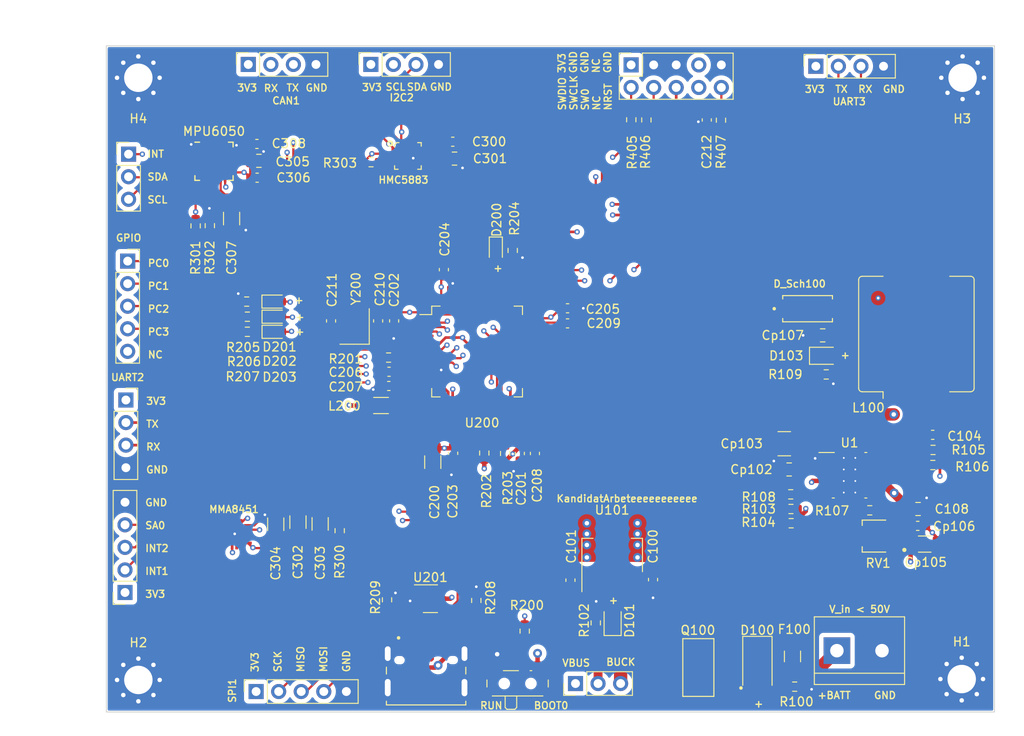
<source format=kicad_pcb>
(kicad_pcb (version 20221018) (generator pcbnew)
  (layers (0 "F.Cu" signal) (1 "In1.Cu" signal) (2 "In2.Cu" signal) (31 "B.Cu" signal) (34 "B.Paste" user) (35 "F.Paste" user) (36 "B.SilkS" user "B.Silkscreen") (37 "F.SilkS" user "F.Silkscreen") (38 "B.Mask" user) (39 "F.Mask" user) (44 "Edge.Cuts" user))
  (net 0 "")
  (net 1 "GND")
  (net 2 "+3.3V")
  (net 3 "VCC_LM5017")
  (net 4 "+3.3VA")
  (net 5 "Net-(U200-PH0)")
  (net 6 "Net-(C211-Pad1)")
  (net 7 "Net-(J200-Pin_10)")
  (net 8 "Net-(HMC5883-12(SETC))")
  (net 9 "Net-(HMC5883-8(SETP))")
  (net 10 "Net-(HMC5883-10(C1))")
  (net 11 "Net-(MPU6050-REGOUT)")
  (net 12 "S_reg_in")
  (net 13 "Net-(Cp105-Pad1)")
  (net 14 "SW_REG_OUT")
  (net 15 "Net-(MPU6050-CPOUT)")
  (net 16 "Net-(D100-K)")
  (net 17 "Net-(D100-A)")
  (net 18 "Net-(D101-K)")
  (net 19 "LED1")
  (net 20 "LED2")
  (net 21 "LED3")
  (net 22 "LED4")
  (net 23 "+BATT")
  (net 24 "Net-(D103-K)")
  (net 25 "Net-(D200-K)")
  (net 26 "Net-(D201-K)")
  (net 27 "SWO")
  (net 28 "Net-(D202-K)")
  (net 29 "Net-(D203-K)")
  (net 30 "CAN1_RX")
  (net 31 "CAN1_TX")
  (net 32 "I2C2_SCL")
  (net 33 "I2C2_SDA")
  (net 34 "UART2_TX")
  (net 35 "UART2_RX")
  (net 36 "UART3_TX")
  (net 37 "UART3_RX")
  (net 38 "SPI1_SCK")
  (net 39 "SPI1_MISO")
  (net 40 "SPI1_MOSI")
  (net 41 "INT1")
  (net 42 "INT2")
  (net 43 "SA0")
  (net 44 "PC0")
  (net 45 "PC1")
  (net 46 "PC2")
  (net 47 "PC3")
  (net 48 "PC4")
  (net 49 "+5V")
  (net 50 "USB_CONN_D-")
  (net 51 "USB_CONN_D+")
  (net 52 "/Sensors/AUX_SDA")
  (net 53 "/Sensors/INT")
  (net 54 "/STM32 and Connectivity/BOOT0")
  (net 55 "Net-(HMC5883-4(S1))")
  (net 56 "MPU6050_AD0")
  (net 57 "SWDIO")
  (net 58 "SWCLK")
  (net 59 "NRST")
  (net 60 "Net-(#FLG0103-pwr)")
  (net 61 "Net-(#FLG0104-pwr)")
  (net 64 "Net-(J200-Pin_2)")
  (net 65 "Net-(J200-Pin_4)")
  (net 71 "USB_D-")
  (net 72 "USB_D+")
  (net 81 "Net-(U1-RON)")
  (net 82 "Net-(SW200-B)")
  (net 83 "Net-(U200-PH1)")
  (net 84 "Net-(USB_C1-CC2)")
  (net 85 "Net-(USB_C1-CC1)")
  (net 100 "/Power circuitery/LinReg_in")
  (net 103 "/Power circuitery/BST")
  (net 104 "/Power circuitery/SW")
  (net 105 "/Power circuitery/FB")
  (net 106 "/Power circuitery/ULVO")
  (net 108 "/Sensors/AUX_SCL")
  (net 116 "/Sensors/BYP")
  (footprint "Resistor_SMD:R_0603_1608Metric" (layer "F.Cu") (at 141.65 137.45 -90)
    (fp_text reference "R208")
    (fp_text value "5k1")
  )
  (footprint "Connector_PinHeader_2.54mm:PinHeader_1x03_P2.54mm_Vertical" (layer "F.Cu") (at 152.82 146.8 90)
    (fp_text reference "JP100" hide)
    (fp_text value "Jumper_3_Open")
  )
  (footprint "Capacitor_SMD:C_1206_3216Metric" (layer "F.Cu") (at 114.1 94.45 -90)
    (fp_text reference "C307")
    (fp_text value "0u1")
  )
  (footprint "Resistor_SMD:R_0603_1608Metric" (layer "F.Cu") (at 177.5 147.15)
    (fp_text reference "R100")
    (fp_text value "10k")
  )
  (footprint "Resistor_SMD:R_0603_1608Metric" (layer "F.Cu") (at 177.1 128.75)
    (fp_text reference "R104")
    (fp_text value "14k")
  )
  (footprint "Connector_PinSocket_2.54mm:PinSocket_1x05_P2.54mm_Vertical" (layer "F.Cu") (at 102.4 99.24)
    (fp_text reference "J209" hide)
    (fp_text value "Conn_01x05")
  )
  (footprint "Capacitor_SMD:C_0603_1608Metric" (layer "F.Cu") (at 151.925 104.55)
    (fp_text reference "C205")
    (fp_text value "100n")
  )
  (footprint "Resistor_SMD:R_0603_1608Metric" (layer "F.Cu") (at 126.27 129.5906 90)
    (fp_text reference "R300")
    (fp_text value "10k")
  )
  (footprint "LED_SMD:LED_0805_2012Metric" (layer "F.Cu") (at 180.85 109.9)
    (fp_text reference "D103")
    (fp_text value "RED")
  )
  (footprint "Connector_PinSocket_2.54mm:PinSocket_1x04_P2.54mm_Vertical" (layer "F.Cu") (at 129.78 77.1 90)
    (fp_text reference "J203" hide)
    (fp_text value "Conn_01x04")
  )
  (footprint "Capacitor_SMD:C_0603_1608Metric" (layer "F.Cu") (at 132.4 105.975 -90)
    (fp_text reference "C202")
    (fp_text value "100n")
  )
  (footprint "Resistor_SMD:R_0603_1608Metric" (layer "F.Cu") (at 115.875 105.5)
    (fp_text reference "R206")
    (fp_text value "1k")
  )
  (footprint "Capacitor_SMD:C_0805_2012Metric" (layer "F.Cu") (at 139.2 87.7)
    (fp_text reference "C301")
    (fp_text value "4u7")
  )
  (footprint "Crystal:Crystal_SMD_3225-4Pin_3.2x2.5mm" (layer "F.Cu") (at 127.95 106.6 90)
    (fp_text reference "Y200")
    (fp_text value "16Mhz")
  )
  (footprint "Resistor_SMD:R_0603_1608Metric" (layer "F.Cu") (at 177.05 125.5)
    (fp_text reference "R108")
    (fp_text value "499k")
  )
  (footprint "Capacitor_SMD:C_0603_1608Metric_Pad1.08x0.95mm_HandSolder" (layer "F.Cu") (at 193.0375 118.8 180)
    (fp_text reference "C104")
    (fp_text value "10nF")
  )
  (footprint "Resistor_SMD:R_0603_1608Metric" (layer "F.Cu") (at 145.75 98.0375 90)
    (fp_text reference "R204")
    (fp_text value "1k")
  )
  (footprint "Added footprints:PLCC16-0.5-3X3MM" (layer "F.Cu") (at 132.45 88.9)
    (property "VALUE" "HMC5883L")
    (fp_text reference "HMC5883")
    (fp_text value "HMC5883L" hide)
  )
  (footprint "Capacitor_SMD:C_0603_1608Metric" (layer "F.Cu") (at 116.975 89.85)
    (fp_text reference "C306")
    (fp_text value "10n")
  )
  (footprint "Added footprints:TRIM_TC33X-2-103E" (layer "F.Cu") (at 186.9 130.2 180)
    (fp_text reference "RV1")
    (fp_text value "R_Potentiometer_Small")
  )
  (footprint "TerminalBlock:TerminalBlock_bornier-2_P5.08mm" (layer "F.Cu") (at 182.25 143.1)
    (fp_text reference "J100" hide)
    (fp_text value "Screw_Terminal_01x02")
  )
  (footprint "Package_QFP:LQFP-64_10x10mm_P0.5mm" (layer "F.Cu") (at 141.74 109.42)
    (fp_text reference "U200")
    (fp_text value "STM32F405RGT6")
  )
  (footprint "Capacitor_SMD:C_0805_2012Metric" (layer "F.Cu") (at 117.175 87.95)
    (fp_text reference "C305")
    (fp_text value "0u1")
  )
  (footprint "Connector_PinSocket_2.54mm:PinSocket_2x05_P2.54mm_Vertical" (layer "F.Cu") (at 159.08 77.15 90)
    (fp_text reference "J200" hide)
    (fp_text value "Conn_02x05_Odd_Even")
  )
  (footprint "Capacitor_SMD:C_1206_3216Metric" (layer "F.Cu") (at 119.07 128.8656 90)
    (fp_text reference "C304")
    (fp_text value "0u1")
  )
  (footprint "Added footprints:do-214AC-2" (layer "F.Cu") (at 178.95 104.6)
    (fp_text reference "D_Sch100")
    (fp_text value "D_Schottky_Small")
  )
  (footprint "Capacitor_SMD:C_0603_1608Metric" (layer "F.Cu") (at 148.25 120.9 -90)
    (fp_text reference "C208")
    (fp_text value "2u2")
  )
  (footprint "Resistor_SMD:R_0603_1608Metric" (layer "F.Cu") (at 131.6 137.375 -90)
    (fp_text reference "R209")
    (fp_text value "5k1")
  )
  (footprint "Connector_PinHeader_2.54mm:PinHeader_1x03_P2.54mm_Vertical" (layer "F.Cu") (at 102.5 87.2)
    (fp_text reference "J300" hide)
    (fp_text value "Conn_01x03")
  )
  (footprint "Connector_PinSocket_2.54mm:PinSocket_1x04_P2.54mm_Vertical" (layer "F.Cu") (at 102.2 114.88)
    (fp_text reference "J204" hide)
    (fp_text value "Conn_01x04")
  )
  (footprint "Added footprints:bsp171" (layer "F.Cu") (at 166.65 145 180)
    (fp_text reference "Q100")
    (fp_text value "BSP 171")
  )
  (footprint "Resistor_SMD:R_0603_1608Metric" (layer "F.Cu") (at 144.9 120.9 -90)
    (fp_text reference "R203")
    (fp_text value "2k2")
  )
  (footprint "LED_SMD:LED_0603_1608Metric" (layer "F.Cu") (at 119.0125 107.2)
    (fp_text reference "D203")
    (fp_text value "R")
  )
  (footprint "Capacitor_SMD:C_0603_1608Metric" (layer "F.Cu") (at 131.825 111.7 180)
    (fp_text reference "C206")
    (fp_text value "1u")
  )
  (footprint "Capacitor_SMD:C_0603_1608Metric_Pad1.08x0.95mm_HandSolder" (layer "F.Cu") (at 161.55 135.1 -90)
    (fp_text reference "C100")
    (fp_text value "10u")
  )
  (footprint "Resistor_SMD:R_0603_1608Metric" (layer "F.Cu") (at 185.95 127.3)
    (fp_text reference "R107")
    (fp_text value "1k")
  )
  (footprint "Resistor_SMD:R_0603_1608Metric" (layer "F.Cu") (at 159.1 83.325 -90)
    (fp_text reference "R405")
    (fp_text value "22")
  )
  (footprint "USB_C_Receptacle_DX07S016JA1R1500:JAE_DX07S016JA1R1500" (layer "F.Cu") (at 136 144.16)
    (fp_text reference "USB_C1" hide)
    (fp_text value "USB_C_receptacle")
    (fp_line (start -3.122739 -0.307739) (end -2.872739 -0.307739) (stroke (width 0.01)) (layer "Edge.Cuts"))
    (fp_line (start -2.872739 0.322261) (end -3.122739 0.322261) (stroke (width 0.01)) (layer "Edge.Cuts"))
    (fp_line (start 2.875 -0.315) (end 3.125 -0.315) (stroke (width 0.01)) (layer "Edge.Cuts"))
    (fp_line (start 3.125 0.315) (end 2.875 0.315) (stroke (width 0.01)) (layer "Edge.Cuts"))
    (fp_arc (start -3.437739 0.007261) (mid -3.345478 -0.215478) (end -3.122739 -0.307739) (stroke (width 0.01)) (layer "Edge.Cuts"))
    (fp_arc (start -3.122739 0.322261) (mid -3.345478 0.23) (end -3.437739 0.007261) (stroke (width 0.01)) (layer "Edge.Cuts"))
    (fp_arc (start -2.872739 -0.307739) (mid -2.65 -0.215478) (end -2.557739 0.007261) (stroke (width 0.01)) (layer "Edge.Cuts"))
    (fp_arc (start -2.557739 0.007261) (mid -2.65 0.23) (end -2.872739 0.322261) (stroke (width 0.01)) (layer "Edge.Cuts"))
    (fp_arc (start 2.56 0) (mid 2.652261 -0.222739) (end 2.875 -0.315) (stroke (width 0.01)) (layer "Edge.Cuts"))
    (fp_arc (start 2.875 0.315) (mid 2.652261 0.222739) (end 2.56 0) (stroke (width 0.01)) (layer "Edge.Cuts"))
    (fp_arc (start 3.125 -0.315) (mid 3.347739 -0.222739) (end 3.44 0) (stroke (width 0.01)) (layer "Edge.Cuts"))
    (fp_arc (start 3.44 0) (mid 3.347739 0.222739) (end 3.125 0.315) (stroke (width 0.01)) (layer "Edge.Cuts"))
  )
  (footprint "Resistor_SMD:R_0603_1608Metric" (layer "F.Cu") (at 193.05 122.2)
    (fp_text reference "R106")
    (fp_text value "4M7")
  )
  (footprint "Capacitor_SMD:C_1206_3216Metric" (layer "F.Cu") (at 124.07 128.8281 90)
    (fp_text reference "C303")
    (fp_text value "0u1")
  )
  (footprint "Capacitor_SMD:C_0603_1608Metric" (layer "F.Cu") (at 146.55 120.9 -90)
    (fp_text reference "C201")
    (fp_text value "100n")
  )
  (footprint "Capacitor_SMD:C_1206_3216Metric_Pad1.33x1.80mm_HandSolder" (layer "F.Cu") (at 136.75 121.875 -90)
    (fp_text reference "C200")
    (fp_text value "4u7")
  )
  (footprint "Resistor_SMD:R_0603_1608Metric" (layer "F.Cu") (at 177.075 127.15 180)
    (fp_text reference "R103")
    (fp_text value "127k")
  )
  (footprint "Resistor_SMD:R_0603_1608Metric" (layer "F.Cu") (at 142.55 120.85 -90)
    (fp_text reference "R202")
    (fp_text value "2k2")
  )
  (footprint "Capacitor_SMD:C_0603_1608Metric_Pad1.08x0.95mm_HandSolder" (layer "F.Cu") (at 152.25 135.1625 -90)
    (fp_text reference "C101")
    (fp_text value "10u")
  )
  (footprint "Package_TO_SOT_SMD:SOT-223-3_TabPin2" (layer "F.Cu") (at 156.95 132.3625 90)
    (fp_text reference "U101")
    (fp_text value "LVR 3.3V")
  )
  (footprint "Inductor_SMD:L_1206_3216Metric" (layer "F.Cu") (at 130.925 115.5)
    (fp_text reference "L200")
    (fp_text value "10u")
  )
  (footprint "Resistor_SMD:R_0603_1608Metric" (layer "F.Cu") (at 169.2 83.375 -90)
    (fp_text reference "R407")
    (fp_text value "22")
  )
  (footprint "Resistor_SMD:R_0603_1608Metric" (layer "F.Cu") (at 155.1 139.975 -90)
    (fp_text reference "R102")
    (fp_text value "1k")
  )
  (footprint "Resistor_SMD:R_0603_1608Metric" (layer "F.Cu") (at 147.1 140.9 90)
    (fp_text reference "R200")
    (fp_text value "10k")
  )
  (footprint "Capacitor_SMD:C_0603_1608Metric" (layer "F.Cu") (at 139 85.8)
    (fp_text reference "C300")
    (fp_text value "0u22")
  )
  (footprint "Connector_PinSocket_2.54mm:PinSocket_1x04_P2.54mm_Vertical" (layer "F.Cu") (at 179.88 77.3 90)
    (fp_text reference "J205" hide)
    (fp_text value "Conn_01x04")
  )
  (footprint "MountingHole:MountingHole_3.2mm_M3_Pad_Via" (layer "F.Cu") (at 196.402944 78.597056)
    (fp_text reference "H3")
    (fp_text value "MountingHole_Pad")
  )
  (footprint "Capacitor_SMD:C_0603_1608Metric" (layer "F.Cu") (at 139.05 120.875 -90)
    (fp_text reference "C203")
    (fp_text value "100n")
  )
  (footprint "Capacitor_SMD:C_0603_1608Metric" (layer "F.Cu") (at 130.6 105.975 90)
    (fp_text reference "C210")
    (fp_text value "12p")
  )
  (footprint "Resistor_SMD:R_0603_1608Metric" (layer "F.Cu") (at 110.05 95.275 -90)
    (fp_text reference "R301")
    (fp_text value "100")
  )
  (footprint "MountingHole:MountingHole_3.2mm_M3_Pad_Via" (layer "F.Cu") (at 196.302944 146.297056)
    (fp_text reference "H1")
    (fp_text value "MountingHole_Pad")
  )
  (footprint "Capacitor_SMD:C_0603_1608Metric" (layer "F.Cu") (at 116.95 86.05)
    (fp_text reference "C308")
    (fp_text value "2n2")
  )
  (footprint "MMA8451QR1_3axis_acce:QFN50P300X300X100-16N" (layer "F.Cu") (at 114.67 129.9906 180)
    (fp_text reference "MMA8451")
    (fp_text value "MMA8451QR1")
  )
  (footprint "Connector_PinSocket_2.54mm:PinSocket_1x05_P2.54mm_Vertical" (layer "F.Cu") (at 102.1 136.55 180)
    (fp_text reference "J208" hide)
    (fp_text value "Conn_01x05")
  )
  (footprint "Resistor_SMD:R_0603_1608Metric" (layer "F.Cu") (at 193.075 120.5)
    (fp_text reference "R105")
    (fp_text value "47k")
  )
  (footprint "Button_Switch_SMD:SW_SPDT_PCM12" (layer "F.Cu") (at 146.3 146.47)
    (fp_text reference "SW200" hide)
    (fp_text value "BOOT0")
  )
  (footprint "Connector_PinSocket_2.54mm:PinSocket_1x04_P2.54mm_Vertical" (layer "F.Cu") (at 115.98 77.1 90)
    (fp_text reference "J201" hide)
    (fp_text value "Conn_01x04")
  )
  (footprint "Capacitor_SMD:C_1206_3216Metric_Pad1.33x1.80mm_HandSolder" (layer "F.Cu") (at 192.1375 131.1 180)
    (fp_text reference "Cp105")
    (fp_text value "3u3F")
  )
  (footprint "Capacitor_SMD:C_0603_1608Metric" (layer "F.Cu") (at 138 100.2 90)
    (fp_text reference "C204")
    (fp_text value "100n")
  )
  (footprint "Capacitor_SMD:C_0603_1608Metric_Pad1.08x0.95mm_HandSolder" (layer "F.Cu") (at 191.35 129.05)
    (fp_text reference "Cp106")
    (fp_text value "0u1")
  )
  (footprint "Capacitor_SMD:C_1210_3225Metric" (layer "F.Cu") (at 176.325 119.8 180)
    (fp_text reference "Cp103")
    (fp_text value "2u2F/50V")
  )
  (footprint "Capacitor_SMD:C_0805_2012Metric" (layer "F.Cu") (at 176.875 122.7 180)
    (fp_text reference "Cp102")
    (fp_text value "0u47F/50V")
  )
  (footprint "Capacitor_SMD:C_0603_1608Metric" (layer "F.Cu") (at 131.8 113.3 180)
    (fp_text reference "C207")
    (fp_text value "10n")
  )
  (footprint "LED_SMD:LED_0603_1608Metric" (layer "F.Cu") (at 119 103.8)
    (fp_text reference "D201")
    (fp_text value "B")
  )
  (footprint "Capacitor_SMD:C_1206_3216Metric_Pad1.33x1.80mm_HandSolder" (layer "F.Cu") (at 121.57 128.6281 90)
    (fp_text reference "C302")
    (fp_text value "4u7")
  )
  (footprint "Sensor_Motion:InvenSense_QFN-24_4x4mm_P0.5mm" (layer "F.Cu") (at 112.12 88)
    (fp_text reference "MPU6050")
    (fp_text value "MPU-6050")
  )
  (footprint "Fuse:Fuse_1206_3216Metric" (layer "F.Cu") (at 177.25 143.75 90)
    (fp_text reference "F100")
    (fp_text value "500mA")
  )
  (footprint "MountingHole:MountingHole_3.2mm_M3_Pad_Via" (layer "F.Cu") (at 103.602944 146.397056)
    (fp_text reference "H2")
    (fp_text value "MountingHole_Pad")
  )
  (footprint "Capacitor_SMD:C_0805_2012Metric" (layer "F.Cu") (at 191.3875 127.15 180)
    (fp_text reference "C108")
    (fp_text value "1uF")
  )
  (footprint "LED_SMD:LED_0603_1608Metric" (layer "F.Cu") (at 143.85 98.0125 -90)
    (fp_text reference "D200")
    (fp_text value "Yellow")
  )
  (footprint "Connector_PinSocket_2.54mm:PinSocket_1x05_P2.54mm_Vertical" (layer "F.Cu") (at 116.86 147.7 90)
    (fp_text reference "J207" hide)
    (fp_text value "Conn_01x05")
  )
  (footprint "Resistor_SMD:R_0603_1608Metric" (layer "F.Cu") (at 131.775 110.1)
    (fp_text reference "R201")
    (fp_text value "0")
  )
  (footprint "Package_SO:SOIC-8-1EP_3.9x4.9mm_P1.27mm_EP2.95x4.9mm_Mask2.71x3.4mm_ThermalVias" (layer "F.Cu") (at 183.675 123.35)
    (fp_text reference "U1")
    (fp_text value "LM5017MR")
  )
  (footprint "Package_TO_SOT_SMD:SOT-23-6" (layer "F.Cu") (at 136.4825 137.25)
    (fp_text reference "U201")
    (fp_text value "USBLC6-2SC6")
  )
  (footprint "Resistor_SMD:R_0603_1608Metric" (layer "F.Cu") (at 115.875 107.2)
    (fp_text reference "R207")
    (fp_text value "1k")
  )
  (footprint "MountingHole:MountingHole_3.2mm_M3_Pad_Via" (layer "F.Cu") (at 103.6 78.6)
    (fp_text reference "H4")
    (fp_text value "MountingHole_Pad")
  )
  (footprint "LED_SMD:LED_0805_2012Metric" (layer "F.Cu") (at 157 139.7125 90)
    (fp_text reference "D101")
    (fp_text value "RED")
  )
  (footprint "Inductor_SMD:L_Bourns_SRR1208_12.7x12.7mm" (layer "F.Cu") (at 191.2 107.45 90)
    (fp_text reference "L100")
    (fp_text value "220u")
  )
  (footprint "Resistor_SMD:R_0603_1608Metric" (layer "F.Cu") (at 160.8 83.35 -90)
    (fp_text reference "R406")
    (fp_text value "22")
  )
  (footprint "Capacitor_SMD:C_0603_1608Metric" (layer "F.Cu") (at 125.3 105.975 -90)
    (fp_text reference "C211")
    (fp_text value "12p")
  )
  (footprint "Resistor_SMD:R_0603_1608Metric" (layer "F.Cu") (at 111.65 95.25 -90)
    (fp_text reference "R302")
    (fp_text value "100")
  )
  (footprint "LED_SMD:LED_0603_1608Metric" (layer "F.Cu") (at 119.0125 105.5)
    (fp_text reference "D202")
    (fp_text value "G")
  )
  (footprint "Resistor_SMD:R_0603_1608Metric" (layer "F.Cu") (at 115.8 103.8)
    (fp_text reference "R205")
    (fp_text value "1k")
  )
  (footprint "Capacitor_SMD:C_0603_1608Metric" (layer "F.Cu") (at 151.925 106.25)
    (fp_text reference "C209")
    (fp_text value "2u2")
  )
  (footprint "Diode_SMD:D_SMA" (layer "F.Cu") (at 173.3 145 -90)
    (fp_text reference "D100")
    (fp_text value "D_Zener_Small")
  )
  (footprint "Capacitor_SMD:C_0805_2012Metric_Pad1.18x1.45mm_HandSolder" (layer "F.Cu") (at 180.65 107.6 180)
    (fp_text reference "Cp107")
    (fp_text value "22u/25")
  )
  (footprint "Resistor_SMD:R_0603_1608Metric" (layer "F.Cu") (at 129.8 88.1)
    (fp_text reference "R303")
    (fp_text value "22")
  )
  (footprint "Resistor_SMD:R_0603_1608Metric" (layer "F.Cu") (at 181.05 112 180)
    (fp_text reference "R109")
    (fp_text value "10k")
  )
  (footprint "Capacitor_SMD:C_0603_1608Metric" (layer "F.Cu") (at 167.6 83.35 -90)
    (fp_text reference "C212")
    (fp_text value "100n")
  )
  (gr_rect (start 100 75) (end 200 150) (stroke (width 0.1)) (fill none) (layer "Edge.Cuts"))
  (gr_text "SCL" (at 131.35 80.1) (layer "F.SilkS") (effects (font (size 0.8 0.8) (thickness 0.15) bold) (justify left bottom)))
  (gr_text "INT\n\nSDA\n\nSCL" (at 104.55 92.8) (layer "F.SilkS") (effects (font (size 0.8 0.8) (thickness 0.15) bold) (justify left bottom)))
  (gr_text "V_in < 50V" (at 181.3 138.9) (layer "F.SilkS") (effects (font (size 0.8 0.8) (thickness 0.15) bold) (justify left bottom)))
  (gr_text "+" (at 121.1 104.1) (layer "F.SilkS") (effects (font (size 0.8 0.8) (thickness 0.15) bold) (justify left bottom)))
  (gr_text "3V3\n\nSCK\n\nMISO\n\nMOSI\n\nGND" (at 127.5 145.6 90) (layer "F.SilkS") (effects (font (size 0.8 0.8) (thickness 0.15) bold) (justify left bottom)))
  (gr_text "CAN1" (at 118.6 81.65) (layer "F.SilkS") (effects (font (size 0.8 0.8) (thickness 0.15) bold) (justify left bottom)))
  (gr_text "GND" (at 122.35 80.2) (layer "F.SilkS") (effects (font (size 0.8 0.8) (thickness 0.15) bold) (justify left bottom)))
  (gr_text "I2C2" (at 131.8 81.3) (layer "F.SilkS") (effects (font (size 0.8 0.8) (thickness 0.15) bold) (justify left bottom)))
  (gr_text "RUN" (at 142 149.75) (layer "F.SilkS") (effects (font (size 0.8 0.8) (thickness 0.15) bold) (justify left bottom)))
  (gr_text "+" (at 156.5 137.9) (layer "F.SilkS") (effects (font (size 0.8 0.8) (thickness 0.15) bold) (justify left bottom)))
  (gr_text "VBUS" (at 151.25 144.95) (layer "F.SilkS") (effects (font (size 0.8 0.8) (thickness 0.15) bold) (justify left bottom)))
  (gr_text "3V3" (at 114.65 80.2) (layer "F.SilkS") (effects (font (size 0.8 0.8) (thickness 0.15) bold) (justify left bottom)))
  (gr_text "3V3  TX  RX  GND" (at 178.55 80.35) (layer "F.SilkS") (effects (font (size 0.8 0.8) (thickness 0.15) bold) (justify left bottom)))
  (gr_text "GND" (at 136.35 80.1) (layer "F.SilkS") (effects (font (size 0.8 0.8) (thickness 0.15) bold) (justify left bottom)))
  (gr_text "PC0\n\nPC1\n\nPC2\n\nPC3\n\nNC" (at 104.6 110.25) (layer "F.SilkS") (effects (font (size 0.8 0.8) (thickness 0.15) bold) (justify left bottom)))
  (gr_text "KandidatArbeteeeeeeeeeee" (at 150.6 126.45) (layer "F.SilkS") (effects (font (size 0.8 0.8) (thickness 0.15) bold) (justify left bottom)))
  (gr_text "BOOT0" (at 148.05 149.75) (layer "F.SilkS") (effects (font (size 0.8 0.8) (thickness 0.15) bold) (justify left bottom)))
  (gr_text "SWDIO\nSWCLK\nSW0\nNC\nNRST" (at 156.95 82.35 90) (layer "F.SilkS") (effects (font (size 0.8 0.8) (thickness 0.15) bold) (justify left bottom)))
  (gr_text "BUCK" (at 156.2 144.85) (layer "F.SilkS") (effects (font (size 0.8 0.8) (thickness 0.15) bold) (justify left bottom)))
  (gr_text "3V3" (at 128.7 80.15) (layer "F.SilkS") (effects (font (size 0.8 0.8) (thickness 0.15) bold) (justify left bottom)))
  (gr_text "+" (at 121.2 107.65) (layer "F.SilkS") (effects (font (size 0.8 0.8) (thickness 0.15) bold) (justify left bottom)))
  (gr_text "GPIO" (at 101 97.1) (layer "F.SilkS") (effects (font (size 0.8 0.8) (thickness 0.15) bold) (justify left bottom)))
  (gr_text "GND" (at 186.35 148.6) (layer "F.SilkS") (effects (font (size 0.8 0.8) (thickness 0.15) bold) (justify left bottom)))
  (gr_text "RX" (at 117.65 80.25) (layer "F.SilkS") (effects (font (size 0.8 0.8) (thickness 0.15) bold) (justify left bottom)))
  (gr_text "SDA" (at 133.75 80.1) (layer "F.SilkS") (effects (font (size 0.8 0.8) (thickness 0.15) bold) (justify left bottom)))
  (gr_text "GND\n\nSA0\n\nINT2\n\nINT1\n\n3V3" (at 104.3 137.2) (layer "F.SilkS") (effects (font (size 0.8 0.8) (thickness 0.15) bold) (justify left bottom)))
  (gr_text "UART3" (at 181.7 81.75) (layer "F.SilkS") (effects (font (size 0.8 0.8) (thickness 0.15) bold) (justify left bottom)))
  (gr_text "TX" (at 120.2 80.2) (layer "F.SilkS") (effects (font (size 0.8 0.8) (thickness 0.15) bold) (justify left bottom)))
  (gr_text "3V3\nGND\nGND\nNC\nGND" (at 156.9 78.15 90) (layer "F.SilkS") (effects (font (size 0.8 0.8) (thickness 0.15) bold) (justify left bottom)))
  (gr_text "+" (at 143.5 100.5) (layer "F.SilkS") (effects (font (size 0.8 0.8) (thickness 0.15) bold) (justify left bottom)))
  (gr_text "+" (at 172.85 149.55) (layer "F.SilkS") (effects (font (size 0.8 0.8) (thickness 0.15) bold) (justify left bottom)))
  (gr_text "3V3\n\nTX\n\nRX\n\nGND" (at 104.4 123.2) (layer "F.SilkS") (effects (font (size 0.8 0.8) (thickness 0.15) bold) (justify left bottom)))
  (gr_text "UART2" (at 100.45 112.8) (layer "F.SilkS") (effects (font (size 0.8 0.8) (thickness 0.15) bold) (justify left bottom)))
  (gr_text "+" (at 121.2 106) (layer "F.SilkS") (effects (font (size 0.8 0.8) (thickness 0.15) bold) (justify left bottom)))
  (gr_text "+BATT" (at 180 148.6) (layer "F.SilkS") (effects (font (size 0.8 0.8) (thickness 0.15) bold) (justify left bottom)))
  (gr_text "SPI1" (at 114.65 149.05 90) (layer "F.SilkS") (effects (font (size 0.8 0.8) (thickness 0.15) bold) (justify left bottom)))
  (gr_text "+" (at 182.6 110.3) (layer "F.SilkS") (effects (font (size 0.8 0.8) (thickness 0.15) bold) (justify left bottom)))
  (segment (start 145.75 98.8625) (end 146.8375 98.8625) (width 0.3) (layer "F.Cu") (net 1))
  (segment (start 132.35 107.95) (end 132.4 108) (width 0.25) (layer "F.Cu") (net 1))
  (segment (start 179.8 121.45) (end 179.795 121.445) (width 1) (layer "F.Cu") (net 1))
  (segment (start 155.15 137.55) (end 155.1 137.5) (width 1) (layer "F.Cu") (net 1))
  (segment (start 137.7 111.45) (end 137.4 111.15) (width 0.3) (layer "F.Cu") (net 1))
  (segment (start 124.07 127.3531) (end 118.2969 127.3531) (width 0.25) (layer "F.Cu") (net 1))
  (segment (start 179.795 121.445) (end 179.755 121.445) (width 1) (layer "F.Cu") (net 1))
  (segment (start 139.05 121.65) (end 139.05 123.05) (width 0.3) (layer "F.Cu") (net 1))
  (segment (start 128.8 105.5) (end 130.3 105.5) (width 0.25) (layer "F.Cu") (net 1))
  (segment (start 152.7 106.25) (end 152.7 104.55) (width 0.3) (layer "F.Cu") (net 1))
  (segment (start 112.87 91.27) (end 113.35 91.75) (width 0.25) (layer "F.Cu") (net 1))
  (segment (start 137.7 111.5) (end 137.7 111.45) (width 0.3) (layer "F.Cu") (net 1))
  (segment (start 127.85 106.75) (end 128.8 105.8) (width 0.25) (layer "F.Cu") (net 1))
  (segment (start 174.975 121.75) (end 175.15 121.75) (width 1) (layer "F.Cu") (net 1))
  (segment (start 140 88.75) (end 140.05 88.7) (width 0.25) (layer "F.Cu") (net 1))
  (segment (start 166.65 83.5) (end 166.65 83.5) (width 0.25) (layer "F.Cu") (net 1))
  (segment (start 134.2 137.45) (end 134.2 137.5) (width 0.25) (layer "F.Cu") (net 1))
  (segment (start 138.85 123.3) (end 138.8 123.3) (width 0.3) (layer "F.Cu") (net 1))
  (segment (start 117.725 87.55) (end 118.125 87.95) (width 0.25) (layer "F.Cu") (net 1))
  (segment (start 179.805 121.445) (end 179.8 121.45) (width 1) (layer "F.Cu") (net 1))
  (segment (start 115.05 103.05) (end 114.9 102.9) (width 0.25) (layer "F.Cu") (net 1))
  (segment (start 114.85 102.9) (end 114.85 102.85) (width 0.25) (layer "F.Cu") (net 1))
  (segment (start 139.1 143.06) (end 139.945 143.06) (width 0.5) (layer "F.Cu") (net 1))
  (segment (start 166.7 83.55) (end 166.65 83.55) (width 0.25) (layer "F.Cu") (net 1))
  (segment (start 145.85 122.9) (end 145.75 122.9) (width 0.3) (layer "F.Cu") (net 1))
  (segment (start 112.87 89.95) (end 112.87 91.27) (width 0.25) (layer "F.Cu") (net 1))
  (segment (start 114.85 102.85) (end 114.85 102.85) (width 0.25) (layer "F.Cu") (net 1))
  (segment (start 137.75 111.5) (end 137.7 111.5) (width 0.3) (layer "F.Cu") (net 1))
  (segment (start 152.7 104.55) (end 153.7 104.55) (width 0.3) (layer "F.Cu") (net 1))
  (segment (start 134.55 87.65) (end 134.55 87.75) (width 0.25) (layer "F.Cu") (net 1))
  (segment (start 179.1 147.15) (end 179.4 147.45) (width 0.25) (layer "F.Cu") (net 1))
  (segment (start 111.6 93.35) (end 111.6 93.3) (width 0.25) (layer "F.Cu") (net 1))
  (segment (start 117.75 88.325) (end 118.125 87.95) (width 0.25) (layer "F.Cu") (net 1))
  (segment (start 144.05 143.45) (end 144.1 143.4) (width 0.5) (layer "F.Cu") (net 1))
  (segment (start 127.85 106.95) (end 127.85 106.75) (width 0.25) (layer "F.Cu") (net 1))
  (segment (start 130.05 113.6) (end 130.05 113.7) (width 0.3) (layer "F.Cu") (net 1))
  (segment (start 166.65 83.55) (end 166.65 83.5) (width 0.25) (layer "F.Cu") (net 1))
  (segment (start 117.725 86.05) (end 117.725 86.875) (width 0.25) (layer "F.Cu") (net 1))
  (segment (start 115.7 95.7) (end 115.75 95.65) (width 0.25) (layer "F.Cu") (net 1))
  (segment (start 179.6125 107.6) (end 178.45 107.6) (width 1) (layer "F.Cu") (net 1))
  (segment (start 138.49 115.095) (end 138.49 113.988529) (width 0.3) (layer "F.Cu") (net 1))
  (segment (start 192.35 125.9) (end 192.3375 125.8875) (width 0.3) (layer "F.Cu") (net 1))
  (segment (start 192.3375 127.15) (end 192.3375 125.9125) (width 0.3) (layer "F.Cu") (net 1))
  (segment (start 140.15 88) (end 140.15 87.7) (width 0.25) (layer "F.Cu") (net 1))
  (segment (start 111.65 93.4) (end 111.6 93.35) (width 0.25) (layer "F.Cu") (net 1))
  (segment (start 138.6625 123.4375) (end 136.75 123.4375) (width 0.3) (layer "F.Cu") (net 1))
  (segment (start 161.55 137.15) (end 161.55 137.05) (width 1) (layer "F.Cu") (net 1))
  (segment (start 178.45 107.6) (end 178.5 107.6) (width 1) (layer "F.Cu") (net 1))
  (segment (start 113.35 91.75) (end 115.85 91.75) (width 0.25) (layer "F.Cu") (net 1))
  (segment (start 139.945 143.06) (end 140.32 143.435) (width 0.5) (layer "F.Cu") (net 1))
  (segment (start 132.6 136.55) (end 132.65 136.6) (width 0.25) (layer "F.Cu") (net 1))
  (segment (start 135.345 137.25) (end 134.4 137.25) (width 0.25) (layer "F.Cu") (net 1))
  (segment (start 113.4 129.4826) (end 114.0826 129.4826) (width 0.25) (layer "F.Cu") (net 1))
  (segment (start 139 101.65) (end 139 100.425) (width 0.25) (layer "F.Cu") (net 1))
  (segment (start 138.49 102.16) (end 138.9 101.75) (width 0.25) (layer "F.Cu") (net 1))
  (segment (start 115.65 95.75) (end 115.7 95.75) (width 0.25) (layer "F.Cu") (net 1))
  (segment (start 117.85 127.8) (end 117.85 127.8) (width 0.25) (layer "F.Cu") (net 1))
  (segment (start 130.3 105.5) (end 130.6 105.2) (width 0.25) (layer "F.Cu") (net 1))
  (segment (start 167.275 84.125) (end 166.7 83.55) (width 0.25) (layer "F.Cu") (net 1))
  (segment (start 111.65 94.425) (end 111.65 93.4) (width 0.25) (layer "F.Cu") (net 1))
  (segment (start 175.15 121.925) (end 175.925 122.7) (width 1) (layer "F.Cu") (net 1))
  (segment (start 114.45 130.1304) (end 114.0818 130.4986) (width 0.25) (layer "F.Cu") (net 1))
  (segment (start 139 101.75) (end 139 101.65) (width 0.25) (layer "F.Cu") (net 1))
  (segment (start 130.85 105.2) (end 132.4 106.75) (width 0.25) (layer "F.Cu") (net 1))
  (segment (start 192.3375 125.8875) (end 192.3375 125.8625) (width 0.3) (layer "F.Cu") (net 1))
  (segment (start 134.4 137.25) (end 134.2 137.45) (width 0.25) (layer "F.Cu") (net 1))
  (segment (start 117.725 86.875) (end 117.7 86.9) (width 0.25) (layer "F.Cu") (net 1))
  (segment (start 131.6 136.55) (end 132.55 136.6) (width 0.25) (layer "F.Cu") (net 1))
  (segment (start 179.4 147.45) (end 179.45 147.5) (width 0.25) (layer "F.Cu") (net 1))
  (segment (start 117.85 127.8) (end 117.85 127.8) (width 0.25) (layer "F.Cu") (net 1))
  (segment (start 152.25 136.025) (end 154.1375 136.025) (width 1) (layer "F.Cu") (net 1))
  (segment (start 138.49 113.988529) (end 138.05 113.548529) (width 0.3) (layer "F.Cu") (net 1))
  (segment (start 130.05 113.7) (end 129.95 113.7) (width 0.3) (layer "F.Cu") (net 1))
  (segment (start 174.85 119.8) (end 174.85 121.625) (width 1) (layer "F.Cu") (net 1))
  (segment (start 131.025 113.3) (end 130.35 113.3) (width 0.3) (layer "F.Cu") (net 1))
  (segment (start 154.1375 136.025) (end 154.65 135.5125) (width 1) (layer "F.Cu") (net 1))
  (segment (start 114.1 95.925) (end 115.475 95.925) (width 0.25) (layer "F.Cu") (net 1))
  (segment (start 131.05 113.275) (end 131.025 113.3) (width 0.3) (layer "F.Cu") (net 1))
  (segment (start 146.85 98.85) (end 146.8625 98.8625) (width 0.3) (layer "F.Cu") (net 1))
  (segment (start 109.55 86.1) (end 109.5 86.1) (width 0.25) (layer "F.Cu") (net 1))
  (segment (start 114.45 129.95) (end 114.45 130.1304) (width 0.25) (layer "F.Cu") (net 1))
  (segment (start 140.15 88.6) (end 140.1 88.65) (width 0.25) (layer "F.Cu") (net 1))
  (segment (start 125.3 106.75) (end 126.15 106.75) (width 0.25) (layer "F.Cu") (net 1))
  (segment (start 179.4 147.45) (end 179.4 147.45) (width 0.25) (layer "F.Cu") (net 1))
  (segment (start 140.1 88.75) (end 140 88.75) (width 0.25) (layer "F.Cu") (net 1))
  (segment (start 148.25 121.675) (end 146.55 121.675) (width 0.3) (layer "F.Cu") (net 1))
  (segment (start 138.05 113.548529) (end 138.05 111.8) (width 0.3) (layer "F.Cu") (net 1))
  (segment (start 131.05 111.7) (end 131.05 113.275) (width 0.3) (layer "F.Cu") (net 1))
  (segment (start 128.8 105.8) (end 128.8 105.5) (width 0.25) (layer "F.Cu") (net 1))
  (segment (start 179.755 121.445) (end 179.75 121.45) (width 1) (layer "F.Cu") (net 1))
  (segment (start 134.85 87.15) (end 134.55 87.45) (width 0.25) (layer "F.Cu") (net 1))
  (segment (start 181.875 113.025) (end 181.85 113.05) (width 0.25) (layer "F.Cu") (net 1))
  (segment (start 138.8 123.3) (end 138.6625 123.4375) (width 0.3) (layer "F.Cu") (net 1))
  (segment (start 167.6 84.125) (end 167.275 84.125) (width 0.25) (layer "F.Cu") (net 1))
  (segment (start 138.05 111.8) (end 137.75 111.5) (width 0.3) (layer "F.Cu") (net 1))
  (segment (start 134.95 88.15) (end 135.45 88.15) (width 0.25) (layer "F.Cu") (net 1))
  (segment (start 144.05 145.04) (end 144 143.5) (width 0.5) (layer "F.Cu") (net 1))
  (segment (start 146.8375 98.8625) (end 146.85 98.85) (width 0.3) (layer "F.Cu") (net 1))
  (segment (start 130.6 105.2) (end 130.85 105.2) (width 0.25) (layer "F.Cu") (net 1))
  (segment (start 146.8875 98.8625) (end 146.9 98.85) (width 0.3) (layer "F.Cu") (net 1))
  (segment (start 114.9 102.9) (end 114.85 102.9) (width 0.25) (layer "F.Cu") (net 1))
  (segment (start 155.1 137.6) (end 155.15 137.55) (width 1) (layer "F.Cu") (net 1))
  (segment (start 115.05 107.2) (end 115.05 103.05) (width 0.25) (layer "F.Cu") (net 1))
  (segment (start 109.5 86.1) (end 109.45 86.05) (width 0.25) (layer "F.Cu") (net 1))
  (segment (start 178.325 147.15) (end 179.1 147.15) (width 0.25) (layer "F.Cu") (net 1))
  (segment (start 174.85 121.625) (end 174.975 121.75) (width 1) (layer "F.Cu") (net 1))
  (segment (start 115.7 95.75) (end 115.7 95.7) (width 0.25) (layer "F.Cu") (net 1))
  (segment (start 192.3375 125.9125) (end 192.35 125.9) (width 0.3) (layer "F.Cu") (net 1))
  (segment (start 161.55 135.9625) (end 161.55 137.15) (width 1) (layer "F.Cu") (net 1))
  (segment (start 146.8625 98.8625) (end 146.8875 98.8625) (width 0.3) (layer "F.Cu") (net 1))
  (segment (start 114.45 129.85) (end 114.4 129.8) (width 0.25) (layer "F.Cu") (net 1))
  (segment (start 155.1 139.15) (end 155.1 137.6) (width 1) (layer "F.Cu") (net 1))
  (segment (start 145.75 122.9) (end 145.75 122.9) (width 0.3) (layer "F.Cu") (net 1))
  (segment (start 132.55 136.6) (end 132.6 136.55) (width 0.25) (layer "F.Cu") (net 1))
  (segment (start 155.1 137.5) (end 155.1 135.9625) (width 1) (layer "F.Cu") (net 1))
  (segment (start 145.85 122.8) (end 145.85 122.9) (width 0.3) (layer "F.Cu") (net 1))
  (segment (start 130.35 113.3) (end 130.05 113.6) (width 0.3) (layer "F.Cu") (net 1))
  (segment (start 139.05 123.05) (end 138.85 123.25) (width 0.3) (layer "F.Cu") (net 1))
  (segment (start 175.15 121.75) (end 175.15 121.925) (width 1) (layer "F.Cu") (net 1))
  (segment (start 181.875 112) (end 181.875 113.025) (width 0.25) (layer "F.Cu") (net 1))
  (segment (start 117.725 86.925) (end 117.725 87.55) (width 0.25) (layer "F.Cu") (net 1))
  (segment (start 140.15 87.7) (end 140.15 88.6) (width 0.25) (layer "F.Cu") (net 1))
  (segment (start 181.1125 121.445) (end 179.805 121.445) (width 1) (layer "F.Cu") (net 1))
  (segment (start 134.6 147.26) (end 140.32 147.26) (width 1) (layer "F.Cu") (net 1))
  (segment (start 118.2969 127.3531) (end 117.85 127.8) (width 0.25) (layer "F.Cu") (net 1))
  (segment (start 139 101.65) (end 139 101.65) (width 0.25) (layer "F.Cu") (net 1))
  (segment (start 138.9 101.75) (end 139 101.75) (width 0.25) (layer "F.Cu") (net 1))
  (segment (start 144 143.5) (end 144.05 143.45) (width 0.5) (layer "F.Cu") (net 1))
  (segment (start 126.15 106.75) (end 127.1 107.7) (width 0.25) (layer "F.Cu") (net 1))
  (segment (start 110.17 86.75) (end 110.15 86.75) (width 0.25) (layer "F.Cu") (net 1))
  (segment (start 114.4 129.8) (end 114.4 129.9) (width 0.25) (layer "F.Cu") (net 1))
  (segment (start 132.4 106.75) (end 132.35 107.95) (width 0.25) (layer "F.Cu") (net 1))
  (segment (start 138.85 123.25) (end 138.85 123.3) (width 0.3) (layer "F.Cu") (net 1))
  (segment (start 117.75 89.85) (end 117.75 88.325) (width 0.25) (layer "F.Cu") (net 1))
  (segment (start 114.1 86.75) (end 114.65 86.2) (width 0.25) (layer "F.Cu") (net 1))
  (segment (start 115.475 95.925) (end 115.65 95.75) (width 0.25) (layer "F.Cu") (net 1))
  (segment (start 136.085 111.15) (end 136.065 111.17) (width 0.3) (layer "F.Cu") (net 1))
  (segment (start 134.55 87.75) (end 134.95 88.15) (width 0.25) (layer "F.Cu") (net 1))
  (segment (start 114.45 129.95) (end 114.45 129.85) (width 0.25) (layer "F.Cu") (net 1))
  (segment (start 117.85 127.8) (end 116.65 129) (width 0.25) (layer "F.Cu") (net 1))
  (segment (start 153.7 104.55) (end 153.65 104.55) (width 0.3) (layer "F.Cu") (net 1))
  (segment (start 141.65 135.9) (end 141.65 136.625) (width 0.25) (layer "F.Cu") (net 1))
  (segment (start 146.55 121.675) (end 146.55 122.1) (width 0.3) (layer "F.Cu") (net 1))
  (segment (start 139 100.425) (end 138 99.425) (width 0.25) (layer "F.Cu") (net 1))
  (segment (start 117.7 86.9) (end 117.725 86.925) (width 0.25) (layer "F.Cu") (net 1))
  (segment (start 146.55 122.1) (end 145.85 122.8) (width 0.3) (layer "F.Cu") (net 1))
  (segment (start 155.1 135.9625) (end 154.65 135.5125) (width 1) (layer "F.Cu") (net 1))
  (segment (start 140.1 88.65) (end 140.1 88.75) (width 0.25) (layer "F.Cu") (net 1))
  (segment (start 111.6 93.3) (end 111.55 93.3) (width 0.25) (layer "F.Cu") (net 1))
  (segment (start 114.07 86.75) (end 114.1 86.75) (width 0.25) (layer "F.Cu") (net 1))
  (segment (start 129.95 113.7) (end 129.95 113.7) (width 0.3) (layer "F.Cu") (net 1))
  (segment (start 109.55 86.15) (end 109.55 86.1) (width 0.25) (layer "F.Cu") (net 1))
  (segment (start 114.0826 129.4826) (end 114.4 129.8) (width 0.25) (layer "F.Cu") (net 1))
  (segment (start 137.4 111.15) (end 136.085 111.15) (width 0.3) (layer "F.Cu") (net 1))
  (segment (start 132.055 143.06) (end 131.68 143.435) (width 0.5) (layer "F.Cu") (net 1))
  (segment (start 114.4 129.9) (end 114.45 129.95) (width 0.25) (layer "F.Cu") (net 1))
  (segment (start 116.65 129) (end 115.94 129) (width 0.25) (layer "F.Cu") (net 1))
  (segment (start 111.55 93.3) (end 111.5 93.25) (width 0.25) (layer "F.Cu") (net 1))
  (segment (start 132.9 143.06) (end 132.055 143.06) (width 0.5) (layer "F.Cu") (net 1))
  (segment (start 115.85 91.75) (end 117.75 89.85) (width 0.25) (layer "F.Cu") (net 1))
  (segment (start 138.49 103.745) (end 138.49 102.16) (width 0.25) (layer "F.Cu") (net 1))
  (segment (start 134.55 87.45) (end 134.55 87.65) (width 0.25) (layer "F.Cu") (net 1))
  (segment (start 127.1 107.7) (end 127.85 106.95) (width 0.25) (layer "F.Cu") (net 1))
  (segment (start 114.0818 130.4986) (end 113.4 130.4986) (width 0.25) (layer "F.Cu") (net 1))
  (segment (start 135.45 87.15) (end 134.85 87.15) (width 0.25) (layer "F.Cu") (net 1))
  (segment (start 179.4 147.45) (end 179.4 147.45) (width 0.25) (layer "F.Cu") (net 1))
  (segment (start 110.15 86.75) (end 109.55 86.15) (width 0.25) (layer "F.Cu") (net 1))
  (via (at 139 101.75) (size 0.6) (drill 0.3) (layers "F.Cu" "B.Cu") (net 1))
  (via (at 114.85 102.9) (size 0.6) (drill 0.3) (layers "F.Cu" "B.Cu") (net 1))
  (via (at 179.8 121.45) (size 0.6) (drill 0.3) (layers "F.Cu" "B.Cu") (net 1))
  (via (at 111.6 93.3) (size 0.6) (drill 0.3) (layers "F.Cu" "B.Cu") (net 1))
  (via (at 146.85 98.85) (size 0.6) (drill 0.3) (layers "F.Cu" "B.Cu") (net 1))
  (via (at 181.85 113.05) (size 0.6) (drill 0.3) (layers "F.Cu" "B.Cu") (net 1))
  (via (at 155.15 137.55) (size 0.6) (drill 0.3) (layers "F.Cu" "B.Cu") (net 1))
  (via (at 141.65 135.9) (size 0.6) (drill 0.3) (layers "F.Cu" "B.Cu") (net 1))
  (via (at 134.2 137.5) (size 0.6) (drill 0.3) (layers "F.Cu" "B.Cu") (net 1))
  (via (at 178.45 107.6) (size 0.6) (drill 0.3) (layers "F.Cu" "B.Cu") (net 1))
  (via (at 115.7 95.75) (size 0.6) (drill 0.3) (layers "F.Cu" "B.Cu") (net 1))
  (via (at 153.7 104.55) (size 0.6) (drill 0.3) (layers "F.Cu" "B.Cu") (net 1))
  (via (at 138.85 123.3) (size 0.6) (drill 0.3) (layers "F.Cu" "B.Cu") (net 1))
  (via (at 140.1 88.75) (size 0.6) (drill 0.3) (layers "F.Cu" "B.Cu") (net 1))
  (via (at 130.05 113.7) (size 0.6) (drill 0.3) (layers "F.Cu" "B.Cu") (net 1))
  (via (at 114.45 129.95) (size 0.6) (drill 0.3) (layers "F.Cu" "B.Cu") (net 1))
  (via (at 117.85 127.8) (size 0.6) (drill 0.3) (layers "F.Cu" "B.Cu") (net 1))
  (via (at 179.4 147.45) (size 0.6) (drill 0.3) (layers "F.Cu" "B.Cu") (net 1))
  (via (at 144 143.5) (size 1) (drill 0.5) (layers "F.Cu" "B.Cu") (net 1))
  (via (at 132.55 136.6) (size 0.6) (drill 0.3) (layers "F.Cu" "B.Cu") (net 1))
  (via (at 175.15 121.75) (size 0.6) (drill 0.3) (layers "F.Cu" "B.Cu") (net 1))
  (via (at 109.55 86.1) (size 0.6) (drill 0.3) (layers "F.Cu" "B.Cu") (net 1))
  (via (at 192.35 125.9) (size 0.6) (drill 0.3) (layers "F.Cu" "B.Cu") (net 1))
  (via (at 145.85 122.9) (size 0.6) (drill 0.3) (layers "F.Cu" "B.Cu") (net 1))
  (via (at 134.55 87.65) (size 0.6) (drill 0.3) (layers "F.Cu" "B.Cu") (net 1))
  (via (at 166.65 83.55) (size 0.6) (drill 0.3) (layers "F.Cu" "B.Cu") (net 1))
  (via (at 132.35 107.95) (size 0.6) (drill 0.3) (layers "F.Cu" "B.Cu") (net 1))
  (via (at 117.7 86.9) (size 0.6) (drill 0.3) (layers "F.Cu" "B.Cu") (net 1))
  (via (at 137.7 111.5) (size 0.6) (drill 0.3) (layers "F.Cu" "B.Cu") (net 1))
  (via (at 114.65 86.2) (size 0.6) (drill 0.3) (layers "F.Cu" "B.Cu") (net 1))
  (via (at 161.55 137.15) (size 0.6) (drill 0.3) (layers "F.Cu" "B.Cu") (net 1))
  (segment (start 138.05 120.3) (end 138.0625 120.3125) (width 0.5) (layer "F.Cu") (net 2))
  (segment (start 110.05 93.7) (end 110.05 94.45) (width 0.25) (layer "F.Cu") (net 2))
  (segment (start 116.5 131.5) (end 116.4588 131.5) (width 0.25) (layer "F.Cu") (net 2))
  (segment (start 145.35 113.65) (end 145.35 113.6) (width 0.3) (layer "F.Cu") (net 2))
  (segment (start 150.03 105.67) (end 150.05 105.65) (width 0.25) (layer "F.Cu") (net 2))
  (segment (start 111.37 91.43) (end 110.05 92.75) (width 0.25) (layer "F.Cu") (net 2))
  (segment (start 145.75 120.95) (end 145.75 120.925) (width 0.5) (layer "F.Cu") (net 2))
  (segment (start 144.9 121.725) (end 144.95 121.725) (width 0.5) (layer "F.Cu") (net 2))
  (segment (start 129.925 87.15) (end 129.925 87.15) (width 0.25) (layer "F.Cu") (net 2))
  (segment (start 134.05 87.15) (end 132.45 87.15) (width 0.25) (layer "F.Cu") (net 2))
  (segment (start 132.45 87.15) (end 129.925 87.15) (width 0.25) (layer "F.Cu") (net 2))
  (segment (start 120.4 131.55) (end 116.5088 131.55) (width 0.25) (layer "F.Cu") (net 2))
  (segment (start 134.15 105) (end 132.6 105) (width 0.25) (layer "F.Cu") (net 2))
  (segment (start 129.35 115.5) (end 127.4 115.5) (width 0.5) (layer "F.Cu") (net 2))
  (segment (start 157 138.775) (end 157 135.5625) (width 1) (layer "F.Cu") (net 2))
  (segment (start 116.5088 131.55) (end 116.5 131.5412) (width 0.25) (layer "F.Cu") (net 2))
  (segment (start 156.95 129.2125) (end 156.95 135.5125) (width 1) (layer "F.Cu") (net 2))
  (segment (start 134.7 85.9) (end 134.7 86.5) (width 0.25) (layer "F.Cu") (net 2))
  (segment (start 114.2 132.05) (end 114.2696 132.05) (width 0.25) (layer "F.Cu") (net 2))
  (segment (start 145.75 120.925) (end 146.55 120.125) (width 0.5) (layer "F.Cu") (net 2))
  (segment (start 127.4 115.5) (end 127.35 115.45) (width 0.5) (layer "F.Cu") (net 2))
  (segment (start 129.9 87.15) (end 129.9 87.175) (width 0.25) (layer "F.Cu") (net 2))
  (segment (start 145.49 115.095) (end 145.49 113.79) (width 0.3) (layer "F.Cu") (net 2))
  (segment (start 121.57 130.1906) (end 121.57 130.38) (width 0.25) (layer "F.Cu") (net 2))
  (segment (start 137.7 103.455) (end 137.7 102.15) (width 0.25) (layer "F.Cu") (net 2))
  (segment (start 145.725 120.95) (end 145.75 120.95) (width 0.5) (layer "F.Cu") (net 2))
  (segment (start 138.99 115.095) (end 138.99 113.66) (width 0.3) (layer "F.Cu") (net 2))
  (segment (start 136.065 105.67) (end 135.395 105) (width 0.25) (layer "F.Cu") (net 2))
  (segment (start 138.8375 120.3125) (end 139.05 120.1) (width 0.5) (layer "F.Cu") (net 2))
  (segment (start 157 135.5625) (end 156.95 135.5125) (width 1) (layer "F.Cu") (net 2))
  (segment (start 115.6 89.25) (end 116.2 89.85) (width 0.25) (layer "F.Cu") (net 2))
  (segment (start 150.05 105.65) (end 150.05 105.55) (width 0.25) (layer "F.Cu") (net 2))
  (segment (start 147.415 105.67) (end 150.03 105.67) (width 0.25) (layer "F.Cu") (net 2))
  (segment (start 126.27 130.4156) (end 121.795 130.4156) (width 0.25) (layer "F.Cu") (net 2))
  (segment (start 111.37 89.95) (end 111.37 91.43) (width 0.25) (layer "F.Cu") (net 2))
  (segment (start 114.07 89.25) (end 115.5 89.25) (width 0.25) (layer "F.Cu") (net 2))
  (segment (start 137.99 103.745) (end 137.7 103.455) (width 0.25) (layer "F.Cu") (net 2))
  (segment (start 129.925 87.15) (end 129.9 87.15) (width 0.25) (layer "F.Cu") (net 2))
  (segment (start 115.5 89.25) (end 115.6 89.25) (width 0.25) (layer "F.Cu") (net 2))
  (segment (start 145.35 113.6) (end 145.3 113.6) (width 0.3) (layer "F.Cu") (net 2))
  (segment (start 116.2 89.85) (end 116.2 87.975) (width 0.25) (layer "F.Cu") (net 2))
  (segment (start 114.162 131.9424) (end 114.2 131.9804) (width 0.25) (layer "F.Cu") (net 2))
  (segment (start 156.95 134.3) (end 156.95 135.5125) (width 0.5) (layer "F.Cu") (net 2))
  (segment (start 138.99 113.66) (end 139 113.65) (width 0.3) (layer "F.Cu") (net 2))
  (segment (start 145.49 113.79) (end 145.35 113.65) (width 0.3) (layer "F.Cu") (net 2))
  (segment (start 144.95 121.725) (end 145.725 120.95) (width 0.5) (layer "F.Cu") (net 2))
  (segment (start 132.6 105) (end 132.4 105.2) (width 0.25) (layer "F.Cu") (net 2))
  (segment (start 116.2 87.975) (end 116.225 87.95) (width 0.25) (layer "F.Cu") (net 2))
  (segment (start 138.0375 120.3125) (end 138.05 120.3) (width 0.5) (layer "F.Cu") (net 2))
  (segment (start 135.395 105) (end 134.15 105) (width 0.25) (layer "F.Cu") (net 2))
  (segment (start 129.9 87.175) (end 128.975 88.1) (width 0.25) (layer "F.Cu") (net 2))
  (segment (start 150.05 105.55) (end 150.15 105.55) (width 0.25) (layer "F.Cu") (net 2))
  (segment (start 134.7 86.5) (end 134.05 87.15) (width 0.25) (layer "F.Cu") (net 2))
  (segment (start 142.55 122.6) (end 142.55 122.65) (width 0.5) (layer "F.Cu") (net 2))
  (segment (start 150.15 105.55) (end 151.15 104.55) (width 0.25) (layer "F.Cu") (net 2))
  (segment (start 137.7 101.275) (end 138 100.975) (width 0.25) (layer "F.Cu") (net 2))
  (segment (start 137.7 102.15) (end 137.7 101.275) (width 0.25) (layer "F.Cu") (net 2))
  (segment (start 148.55 143.4) (end 148.55 145.04) (width 0.5) (layer "F.Cu") (net 2))
  (segment (start 110.05 92.75) (end 110.05 93.7) (width 0.25) (layer "F.Cu") (net 2))
  (segment (start 114.162 131.2606) (end 114.162 131.9424) (width 0.25) (layer "F.Cu") (net 2))
  (segment (start 121.57 130.38) (end 120.4 131.55) (width 0.25) (layer "F.Cu") (net 2))
  (segment (start 116.5 131.5412) (end 116.5 131.5) (width 0.25) (layer "F.Cu") (net 2))
  (segment (start 114.2 131.9804) (end 114.2 132.05) (width 0.25) (layer "F.Cu") (net 2))
  (segment (start 145.3 113.6) (end 145.35 113.65) (width 0.3) (layer "F.Cu") (net 2))
  (segment (start 142.55 121.675) (end 142.55 122.6) (width 0.5) (layer "F.Cu") (net 2))
  (segment (start 136.75 120.3125) (end 138.0375 120.3125) (width 0.5) (layer "F.Cu") (net 2))
  (segment (start 121.795 130.4156) (end 121.57 130.1906) (width 0.25) (layer "F.Cu") (net 2))
  (segment (start 116.4588 131.5) (end 115.94 130.9812) (width 0.25) (layer "F.Cu") (net 2))
  (segment (start 138.0625 120.3125) (end 138.8375 120.3125) (width 0.5) (layer "F.Cu") (net 2))
  (via (at 159.8 128.75) (size 1) (drill 0.5) (layers "F.Cu" "B.Cu") (net 2))
  (via (at 138.05 120.3) (size 0.6) (drill 0.3) (layers "F.Cu" "B.Cu") (net 2))
  (via (at 137.7 102.15) (size 0.6) (drill 0.3) (layers "F.Cu" "B.Cu") (net 2))
  (via (at 154.1 129.95) (size 1) (drill 0.5) (layers "F.Cu" "B.Cu") (net 2))
  (via (at 139 113.65) (size 0.6) (drill 0.3) (layers "F.Cu" "B.Cu") (net 2))
  (via (at 159.8 132.6) (size 1) (drill 0.5) (layers "F.Cu" "B.Cu") (net 2))
  (via (at 115.5 89.25) (size 0.6) (drill 0.3) (layers "F.Cu" "B.Cu") (net 2))
  (via (at 148.55 143.4) (size 1) (drill 0.5) (layers "F.Cu" "B.Cu") (net 2))
  (via (at 159.8 131.2) (size 1) (drill 0.5) (layers "F.Cu" "B.Cu") (net 2))
  (via (at 127.35 115.45) (size 0.6) (drill 0.3) (layers "F.Cu" "B.Cu") (net 2))
  (via (at 134.15 105) (size 0.6) (drill 0.3) (layers "F.Cu" "B.Cu") (net 2))
  (via (at 142.55 122.6) (size 0.6) (drill 0.3) (layers "F.Cu" "B.Cu") (net 2))
  (via (at 154.1 131.2) (size 1) (drill 0.5) (layers "F.Cu" "B.Cu") (net 2))
  (via (at 154.1 128.75) (size 1) (drill 0.5) (layers "F.Cu" "B.Cu") (net 2))
  (via (at 129.9 87.15) (size 0.6) (drill 0.3) (layers "F.Cu" "B.Cu") (net 2))
  (via (at 145.75 120.95) (size 0.6) (drill 0.3) (layers "F.Cu" "B.Cu") (net 2))
  (via (at 110.05 93.7) (size 0.6) (drill 0.3) (layers "F.Cu" "B.Cu") (net 2))
  (via (at 114.2 132.05) (size 0.6) (drill 0.3) (layers "F.Cu" "B.Cu") (net 2))
  (via (at 150.05 105.55) (size 0.6) (drill 0.3) (layers "F.Cu" "B.Cu") (net 2))
  (via (at 145.35 113.6) (size 0.6) (drill 0.3) (layers "F.Cu" "B.Cu") (net 2))
  (via (at 159.8 129.95) (size 1) (drill 0.5) (layers "F.Cu" "B.Cu") (net 2))
  (via (at 154.1 132.6) (size 1) (drill 0.5) (layers "F.Cu" "B.Cu") (net 2))
  (via (at 116.5 131.5) (size 0.6) (drill 0.3) (layers "F.Cu" "B.Cu") (net 2))
  (segment (start 188.7 125.4125) (end 190.4375 127.15) (width 1) (layer "F.Cu") (net 3))
  (segment (start 187.2725 123.985) (end 188.6375 125.35) (width 1) (layer "F.Cu") (net 3))
  (segment (start 176.81 104.6) (end 176.81 111.91) (width 1.4) (layer "F.Cu") (net 3))
  (segment (start 190.4225 127.135) (end 190.4375 127.15) (width 0.5) (layer "F.Cu") (net 3))
  (segment (start 181.4 116.5) (end 188.65 116.5) (width 1.4) (layer "F.Cu") (net 3))
  (segment (start 188.6375 125.35) (end 188.7 125.35) (width 1) (layer "F.Cu") (net 3))
  (segment (start 186.2375 123.985) (end 187.2725 123.985) (width 1) (layer "F.Cu") (net 3))
  (segment (start 188.7 125.35) (end 188.7 125.4125) (width 1) (layer "F.Cu") (net 3))
  (segment (start 176.81 111.91) (end 181.4 116.5) (width 1.4) (layer "F.Cu") (net 3))
  (via (at 188.7 125.35) (size 1) (drill 0.5) (layers "F.Cu" "B.Cu") (net 3))
  (via (at 188.65 116.5) (size 1) (drill 0.5) (layers "F.Cu" "B.Cu") (net 3))
  (segment (start 132.5 111.8) (end 132.6 111.7) (width 0.3) (layer "F.Cu") (net 4))
  (segment (start 136.065 111.67) (end 135.25967 111.67) (width 0.3) (layer "F.Cu") (net 4))
  (segment (start 132.5 114.42967) (end 132.5 115.5) (width 0.3) (layer "F.Cu") (net 4))
  (segment (start 132.5 115.5) (end 132.5 111.8) (width 0.3) (layer "F.Cu") (net 4))
  (segment (start 135.25967 111.67) (end 132.5 114.42967) (width 0.3) (layer "F.Cu") (net 4))
  (segment (start 132.934314 108.85) (end 131.35 108.85) (width 0.25) (layer "F.Cu") (net 5))
  (segment (start 134.114314 107.67) (end 132.934314 108.85) (width 0.25) (layer "F.Cu") (net 5))
  (segment (start 136.065 107.67) (end 134.114314 107.67) (width 0.25) (layer "F.Cu") (net 5))
  (segment (start 130.6 108.1) (end 130.6 106.75) (width 0.25) (layer "F.Cu") (net 5))
  (segment (start 131.35 108.85) (end 130.6 108.1) (width 0.25) (layer "F.Cu") (net 5))
  (segment (start 128.8 107.7) (end 129.65 107.7) (width 0.25) (layer "F.Cu") (net 5))
  (segment (start 129.65 107.7) (end 130.6 106.75) (width 0.25) (layer "F.Cu") (net 5))
  (segment (start 130.05 109.2) (end 125.05 109.2) (width 0.25) (layer "F.Cu") (net 6))
  (segment (start 124.15 108.3) (end 124.15 106) (width 0.25) (layer "F.Cu") (net 6))
  (segment (start 125.05 109.2) (end 124.15 108.3) (width 0.25) (layer "F.Cu") (net 6))
  (segment (start 126.8 105.2) (end 127.1 105.5) (width 0.25) (layer "F.Cu") (net 6))
  (segment (start 124.95 105.2) (end 125.3 105.2) (width 0.25) (layer "F.Cu") (net 6))
  (segment (start 124.15 106) (end 124.95 105.2) (width 0.25) (layer "F.Cu") (net 6))
  (segment (start 125.3 105.2) (end 126.8 105.2) (width 0.25) (layer "F.Cu") (net 6))
  (segment (start 130.95 110.1) (end 130.05 109.2) (width 0.25) (layer "F.Cu") (net 6))
  (segment (start 167.6 82.575) (end 169.175 82.575) (width 0.25) (layer "F.Cu") (net 7))
  (segment (start 169.175 82.575) (end 169.2 82.55) (width 0.25) (layer "F.Cu") (net 7))
  (segment (start 169.2 82.55) (end 169.24 82.51) (width 0.25) (layer "F.Cu") (net 7))
  (segment (start 169.24 82.51) (end 169.24 79.69) (width 0.25) (layer "F.Cu") (net 7))
  (segment (start 137.375 86.65) (end 138.225 85.8) (width 0.25) (layer "F.Cu") (net 8))
  (segment (start 135.45 86.65) (end 137.375 86.65) (width 0.25) (layer "F.Cu") (net 8))
  (segment (start 141.15 88.7) (end 141.15 86.8875) (width 0.25) (layer "F.Cu") (net 9))
  (segment (start 141.15 86.8875) (end 140.0625 85.8) (width 0.25) (layer "F.Cu") (net 9))
  (segment (start 140.0625 85.8) (end 139.775 85.8) (width 0.25) (layer "F.Cu") (net 9))
  (segment (start 140.4 89.45) (end 141.15 88.7) (width 0.25) (layer "F.Cu") (net 9))
  (segment (start 134.7 88.9) (end 138.9 88.9) (width 0.25) (layer "F.Cu") (net 9))
  (segment (start 139.45 89.45) (end 140.4 89.45) (width 0.25) (layer "F.Cu") (net 9))
  (segment (start 138.9 88.9) (end 139.45 89.45) (width 0.25) (layer "F.Cu") (net 9))
  (segment (start 135.45 87.65) (end 138.2 87.65) (width 0.25) (layer "F.Cu") (net 10))
  (segment (start 138.2 87.65) (end 138.25 87.7) (width 0.25) (layer "F.Cu") (net 10))
  (segment (start 112.37 91.52) (end 112.37 89.95) (width 0.25) (layer "F.Cu") (net 11))
  (segment (start 113.825 92.975) (end 112.37 91.52) (width 0.25) (layer "F.Cu") (net 11))
  (segment (start 114.1 92.975) (end 113.825 92.975) (width 0.25) (layer "F.Cu") (net 11))
  (segment (start 173.95 131.95) (end 167.75 138.15) (width 1.4) (layer "F.Cu") (net 12))
  (segment (start 176.25 127.15) (end 175.05 127.15) (width 1.4) (layer "F.Cu") (net 12))
  (segment (start 173.95 128.25) (end 173.95 131.95) (width 1.4) (layer "F.Cu") (net 12))
  (segment (start 177.84 122.715) (end 177.825 122.7) (width 1) (layer "F.Cu") (net 12))
  (segment (start 167.75 143.8) (end 168.95 145) (width 1.4) (layer "F.Cu") (net 12))
  (segment (start 177.8 119.8) (end 177.8 122.675) (width 1) (layer "F.Cu") (net 12))
  (segment (start 176.25 127.15) (end 176.25 124.75) (width 1) (layer "F.Cu") (net 12))
  (segment (start 177.8 122.675) (end 177.825 122.7) (width 1) (layer "F.Cu") (net 12))
  (segment (start 177.825 123.175) (end 177.825 122.7) (width 1) (layer "F.Cu") (net 12))
  (segment (start 168.95 145) (end 169.9 145) (width 1.4) (layer "F.Cu") (net 12))
  (segment (start 181.1125 122.715) (end 177.84 122.715) (width 1) (layer "F.Cu") (net 12))
  (segment (start 167.75 138.15) (end 167.75 143.8) (width 1.4) (layer "F.Cu") (net 12))
  (segment (start 176.25 124.75) (end 177.825 123.175) (width 1) (layer "F.Cu") (net 12))
  (segment (start 175.05 127.15) (end 173.95 128.25) (width 1.4) (layer "F.Cu") (net 12))
  (segment (start 193.7 131.1) (end 193.7 130.5375) (width 0.3) (layer "F.Cu") (net 13))
  (segment (start 193.9 120.5) (end 193.9 122.175) (width 0.3) (layer "F.Cu") (net 13))
  (segment (start 193.9 122.175) (end 193.875 122.2) (width 0.3) (layer "F.Cu") (net 13))
  (segment (start 193 129.8) (end 192.9625 129.8) (width 0.3) (layer "F.Cu") (net 13))
  (segment (start 192.9625 129.8) (end 192.2125 129.05) (width 0.3) (layer "F.Cu") (net 13))
  (segment (start 193 129.8375) (end 193 129.8) (width 0.3) (layer "F.Cu") (net 13))
  (segment (start 193.85 122.225) (end 193.875 122.2) (width 0.3) (layer "F.Cu") (net 13))
  (segment (start 193.7 130.5375) (end 193 129.8375) (width 0.3) (layer "F.Cu") (net 13))
  (segment (start 193.85 123.45) (end 193.85 122.225) (width 0.3) (layer "F.Cu") (net 13))
  (via (at 193 129.8) (size 0.6) (drill 0.3) (layers "F.Cu" "B.Cu") (net 13))
  (via (at 193.85 123.45) (size 0.6) (drill 0.3) (layers "F.Cu" "B.Cu") (net 13))
  (segment (start 157.9 144.95) (end 171.9 130.95) (width 1.5) (layer "F.Cu") (net 14))
  (segment (start 190.55 133.1) (end 190.55 131.125) (width 0.5) (layer "F.Cu") (net 14))
  (segment (start 171.9 105.15) (end 175.1 101.95) (width 1.5) (layer "F.Cu") (net 14))
  (segment (start 188.8 131.1) (end 188.7 131.2) (width 1) (layer "F.Cu") (net 14))
  (segment (start 190.575 131.1) (end 188.8 131.1) (width 1) (layer "F.Cu") (net 14))
  (segment (start 157.9 146.8) (end 157.9 144.95) (width 1.5) (layer "F.Cu") (net 14))
  (segment (start 190.55 131.125) (end 190.575 131.1) (width 0.5) (layer "F.Cu") (net 14))
  (segment (start 175.1 101.95) (end 189.3 101.95) (width 1.5) (layer "F.Cu") (net 14))
  (segment (start 189.3 101.95) (end 189.85 102.5) (width 1.5) (layer "F.Cu") (net 14))
  (segment (start 171.9 130.95) (end 171.9 105.15) (width 1.5) (layer "F.Cu") (net 14))
  (via (at 190.55 133.1) (size 0.6) (drill 0.3) (layers "F.Cu" "B.Cu") (net 14))
  (via (at 186.9 103.4) (size 0.6) (drill 0.3) (layers "F.Cu" "B.Cu") (net 14))
  (segment (start 116.175 86.05) (end 114.975 84.85) (width 0.25) (layer "F.Cu") (net 15))
  (segment (start 114.975 84.85) (end 113.45 84.85) (width 0.25) (layer "F.Cu") (net 15))
  (segment (start 113.45 84.85) (end 112.87 85.43) (width 0.25) (layer "F.Cu") (net 15))
  (segment (start 112.87 85.43) (end 112.87 86.05) (width 0.25) (layer "F.Cu") (net 15))
  (segment (start 169.9 142.7) (end 173 142.7) (width 1.4) (layer "F.Cu") (net 16))
  (segment (start 177.25 142.35) (end 173.95 142.35) (width 1.4) (layer "F.Cu") (net 16))
  (segment (start 173.95 142.35) (end 173.3 143) (width 1.4) (layer "F.Cu") (net 16))
  (segment (start 173 142.7) (end 173.3 143) (width 1.4) (layer "F.Cu") (net 16))
  (segment (start 173.45 147.15) (end 173.3 147) (width 0.25) (layer "F.Cu") (net 17))
  (segment (start 170.2 147) (end 169.9 147.3) (width 1) (layer "F.Cu") (net 17))
  (segment (start 173.3 147) (end 170.2 147) (width 1) (layer "F.Cu") (net 17))
  (segment (start 176.675 147.15) (end 173.45 147.15) (width 0.25) (layer "F.Cu") (net 17))
  (segment (start 155.1 140.8) (end 156.85 140.8) (width 1) (layer "F.Cu") (net 18))
  (segment (start 156.85 140.8) (end 157 140.65) (width 1) (layer "F.Cu") (net 18))
  (segment (start 143.49 99.16) (end 143.85 98.8) (width 0.3) (layer "F.Cu") (net 19))
  (segment (start 143.49 103.745) (end 143.49 99.16) (width 0.3) (layer "F.Cu") (net 19))
  (segment (start 138.4 105.95) (end 138.4 105.95) (width 0.25) (layer "F.Cu") (net 20))
  (segment (start 138.4 106) (end 138.4 105.95) (width 0.25) (layer "F.Cu") (net 20))
  (segment (start 120.65 103.8) (end 120.7 103.85) (width 0.25) (layer "F.Cu") (net 20))
  (segment (start 138.35 106) (end 138.4 106) (width 0.25) (layer "F.Cu") (net 20))
  (segment (start 136.065 106.17) (end 138.18 106.17) (width 0.25) (layer "F.Cu") (net 20))
  (segment (start 119.7875 103.8) (end 120.65 103.8) (width 0.25) (layer "F.Cu") (net 20))
  (segment (start 138.18 106.17) (end 138.35 106) (width 0.25) (layer "F.Cu") (net 20))
  (via (at 138.4 106) (size 0.6) (drill 0.3) (layers "F.Cu" "B.Cu") (net 20))
  (via (at 120.7 103.85) (size 0.6) (drill 0.3) (layers "F.Cu" "B.Cu") (net 20))
  (segment (start 138.4 107.05) (end 138.4 107.05) (width 0.25) (layer "F.Cu") (net 21))
  (segment (start 119.85 105.55) (end 119.8 105.5) (width 0.25) (layer "F.Cu") (net 21))
  (segment (start 138.4 107) (end 138.4 107.05) (width 0.25) (layer "F.Cu") (net 21))
  (segment (start 120.95 105.55) (end 119.85 105.55) (width 0.25) (layer "F.Cu") (net 21))
  (segment (start 138.02 106.67) (end 138.35 107) (width 0.25) (layer "F.Cu") (net 21))
  (segment (start 136.065 106.67) (end 138.02 106.67) (width 0.25) (layer "F.Cu") (net 21))
  (segment (start 138.35 107) (end 138.4 107) (width 0.25) (layer "F.Cu") (net 21))
  (via (at 120.95 105.55) (size 0.6) (drill 0.3) (layers "F.Cu" "B.Cu") (net 21))
  (via (at 138.4 107) (size 0.6) (drill 0.3) (layers "F.Cu" "B.Cu") (net 21))
  (segment (start 120.8 107.2) (end 120.85 107.15) (width 0.25) (layer "F.Cu") (net 22))
  (segment (start 137.17 107.17) (end 137.45 107.45) (width 0.25) (layer "F.Cu") (net 22))
  (segment (start 137.5 107.5) (end 137.5 107.5) (width 0.25) (layer "F.Cu") (net 22))
  (segment (start 119.8 107.2) (end 120.8 107.2) (width 0.25) (layer "F.Cu") (net 22))
  (segment (start 137.45 107.45) (end 137.5 107.45) (width 0.25) (layer "F.Cu") (net 22))
  (segment (start 136.065 107.17) (end 137.17 107.17) (width 0.25) (layer "F.Cu") (net 22))
  (segment (start 137.5 107.45) (end 137.5 107.5) (width 0.25) (layer "F.Cu") (net 22))
  (via (at 120.85 107.15) (size 0.6) (drill 0.3) (layers "F.Cu" "B.Cu") (net 22))
  (via (at 137.5 107.45) (size 0.6) (drill 0.3) (layers "F.Cu" "B.Cu") (net 22))
  (segment (start 177.25 145.15) (end 180.2 145.15) (width 1.4) (layer "F.Cu") (net 23))
  (segment (start 180.2 145.15) (end 182.25 143.1) (width 1.4) (layer "F.Cu") (net 23))
  (segment (start 179.9125 109.9) (end 179.9125 111.6875) (width 0.25) (layer "F.Cu") (net 24))
  (segment (start 179.9125 111.6875) (end 180.225 112) (width 0.25) (layer "F.Cu") (net 24))
  (segment (start 143.8625 97.2125) (end 143.85 97.225) (width 0.3) (layer "F.Cu") (net 25))
  (segment (start 145.75 97.2125) (end 143.8625 97.2125) (width 0.3) (layer "F.Cu") (net 25))
  (segment (start 116.625 103.8) (end 118.2125 103.8) (width 0.25) (layer "F.Cu") (net 26))
  (segment (start 161.1 92.85) (end 164.16 89.79) (width 0.3) (layer "F.Cu") (net 27))
  (segment (start 142.49 102.93967) (end 142.49 103.745) (width 0.3) (layer "F.Cu") (net 27))
  (segment (start 164.16 89.79) (end 164.16 79.69) (width 0.3) (layer "F.Cu") (net 27))
  (segment (start 153 95.95) (end 143 95.95) (width 0.3) (layer "F.Cu") (net 27))
  (segment (start 143 95.95) (end 142.5 96.45) (width 0.3) (layer "F.Cu") (net 27))
  (segment (start 142.5 96.45) (end 142.5 102.92967) (width 0.3) (layer "F.Cu") (net 27))
  (segment (start 142.5 102.92967) (end 142.49 102.93967) (width 0.3) (layer "F.Cu") (net 27))
  (segment (start 156.95 92.85) (end 161.1 92.85) (width 0.3) (layer "F.Cu") (net 27))
  (via (at 156.95 92.85) (size 0.6) (drill 0.3) (layers "F.Cu" "B.Cu") (net 27))
  (via (at 153 95.95) (size 0.6) (drill 0.3) (layers "F.Cu" "B.Cu") (net 27))
  (segment (start 116.7 105.5) (end 118.225 105.5) (width 0.25) (layer "F.Cu") (net 28))
  (segment (start 116.7 107.2) (end 118.225 107.2) (width 0.25) (layer "F.Cu") (net 29))
  (segment (start 137.5 105.25) (end 120.35 88.1) (width 0.25) (layer "F.Cu") (net 30))
  (segment (start 120.35 88.1) (end 120.35 87) (width 0.25) (layer "F.Cu") (net 30))
  (segment (start 120.35 87) (end 120.35 86.95) (width 0.25) (layer "F.Cu") (net 30))
  (segment (start 139.05 105.25) (end 137.5 105.25) (width 0.25) (layer "F.Cu") (net 30))
  (segment (start 139.49 104.81) (end 139.05 105.25) (width 0.25) (layer "F.Cu") (net 30))
  (segment (start 139.49 103.745) (end 139.49 104.81) (width 0.25) (layer "F.Cu") (net 30))
  (via (at 120.35 87) (size 0.6) (drill 0.3) (layers "F.Cu" "B.Cu") (net 30))
  (segment (start 138.99 103.745) (end 138.99 104.514975) (width 0.25) (layer "F.Cu") (net 31))
  (segment (start 137.7 104.85) (end 121.05 88.2) (width 0.25) (layer "F.Cu") (net 31))
  (segment (start 138.99 104.514975) (end 138.654975 104.85) (width 0.25) (layer "F.Cu") (net 31))
  (segment (start 138.654975 104.85) (end 137.7 104.85) (width 0.25) (layer "F.Cu") (net 31))
  (segment (start 121.05 88.2) (end 121.05 85.9) (width 0.25) (layer "F.Cu") (net 31))
  (via (at 121.05 85.9) (size 0.6) (drill 0.3) (layers "F.Cu" "B.Cu") (net 31))
  (segment (start 142.5 107.1) (end 142.5 107.1) (width 0.25) (layer "F.Cu") (net 32))
  (segment (start 131.85 86.05) (end 132.45 86.65) (width 0.25) (layer "F.Cu") (net 32))
  (segment (start 131.8 86.05) (end 131.8 86) (width 0.25) (layer "F.Cu") (net 32))
  (segment (start 111.37 85.630025) (end 111.37 86.05) (width 0.25) (layer "F.Cu") (net 32))
  (segment (start 130.2 84.4) (end 112.600025 84.4) (width 0.25) (layer "F.Cu") (net 32))
  (segment (start 132.9 127.45) (end 132.85 127.45) (width 0.25) (layer "F.Cu") (net 32))
  (segment (start 143.99 108.59) (end 142.5 107.1) (width 0.25) (layer "F.Cu") (net 32))
  (segment (start 117.2326 129.4826) (end 117.25 129.5) (width 0.25) (layer "F.Cu") (net 32))
  (segment (start 131.8 86) (end 130.2 84.4) (width 0.25) (layer "F.Cu") (net 32))
  (segment (start 141.5 124.05) (end 138.1 127.45) (width 0.25) (layer "F.Cu") (net 32))
  (segment (start 138.1 127.45) (end 133 127.45) (width 0.25) (layer "F.Cu") (net 32))
  (segment (start 142.55 120.025) (end 142.55 118.9) (width 0.25) (layer "F.Cu") (net 32))
  (segment (start 115.94 129.4826) (end 117.2326 129.4826) (width 0.25) (layer "F.Cu") (net 32))
  (segment (start 132.95 127.4) (end 132.9 127.45) (width 0.25) (layer "F.Cu") (net 32))
  (segment (start 143.99 115.095) (end 143.99 108.59) (width 0.25) (layer "F.Cu") (net 32))
  (segment (start 133 127.45) (end 132.95 127.4) (width 0.25) (layer "F.Cu") (net 32))
  (segment (start 142.5 107.1) (end 142.5 107.1) (width 0.25) (layer "F.Cu") (net 32))
  (segment (start 143.99 117.46) (end 143.99 115.095) (width 0.25) (layer "F.Cu") (net 32))
  (segment (start 142.55 118.9) (end 143.99 117.46) (width 0.25) (layer "F.Cu") (net 32))
  (segment (start 142.55 120.025) (end 141.5 121.075) (width 0.25) (layer "F.Cu") (net 32))
  (segment (start 112.600025 84.4) (end 111.37 85.630025) (width 0.25) (layer "F.Cu") (net 32))
  (segment (start 142.5 107.1) (end 142.45 107.05) (width 0.25) (layer "F.Cu") (net 32))
  (segment (start 131.8 86.05) (end 131.85 86.05) (width 0.25) (layer "F.Cu") (net 32))
  (segment (start 141.5 121.075) (end 141.5 124.05) (width 0.25) (layer "F.Cu") (net 32))
  (via (at 117.25 129.5) (size 0.6) (drill 0.3) (layers "F.Cu" "B.Cu") (net 32))
  (via (at 131.8 86.05) (size 0.6) (drill 0.3) (layers "F.Cu" "B.Cu") (net 32))
  (via (at 132.95 127.4) (size 0.6) (drill 0.3) (layers "F.Cu" "B.Cu") (net 32))
  (via (at 142.5 107.1) (size 0.6) (drill 0.3) (layers "F.Cu" "B.Cu") (net 32))
  (segment (start 110.87 85.03) (end 110.87 86.05) (width 0.25) (layer "F.Cu") (net 33))
  (segment (start 133.2 85.9) (end 133.2 78.76) (width 0.25) (layer "F.Cu") (net 33))
  (segment (start 133.4 128.4) (end 133.35 128.45) (width 0.25) (layer "F.Cu") (net 33))
  (segment (start 144.9 120.075) (end 144.49 119.665) (width 0.25) (layer "F.Cu") (net 33))
  (segment (start 144.49 107.59) (end 143.6 106.7) (width 0.25) (layer "F.Cu") (net 33))
  (segment (start 131.2 83.9) (end 112 83.9) (width 0.25) (layer "F.Cu") (net 33))
  (segment (start 115.178 128.7206) (end 115.6986 128.2) (width 0.25) (layer "F.Cu") (net 33))
  (segment (start 115.6986 128.2) (end 115.9 128.2) (width 0.25) (layer "F.Cu") (net 33))
  (segment (start 144.49 115.095) (end 144.49 107.59) (width 0.25) (layer "F.Cu") (net 33))
  (segment (start 112 83.9) (end 110.87 85.03) (width 0.25) (layer "F.Cu") (net 33))
  (segment (start 138.8 128.4) (end 133.4 128.4) (width 0.25) (layer "F.Cu") (net 33))
  (segment (start 143.55 106.65) (end 143.55 106.65) (width 0.25) (layer "F.Cu") (net 33))
  (segment (start 138.8 128.4) (end 143.75 123.45) (width 0.25) (layer "F.Cu") (net 33))
  (segment (start 133.2 85.9) (end 131.2 83.9) (width 0.25) (layer "F.Cu") (net 33))
  (segment (start 143.75 121.225) (end 144.9 120.075) (width 0.25) (layer "F.Cu") (net 33))
  (segment (start 143.75 123.45) (end 143.75 121.225) (width 0.25) (layer "F.Cu") (net 33))
  (segment (start 133.2 78.76) (end 134.86 77.1) (width 0.25) (layer "F.Cu") (net 33))
  (segment (start 143.6 106.7) (end 143.55 106.7) (width 0.25) (layer "F.Cu") (net 33))
  (segment (start 143.55 106.7) (end 143.55 106.65) (width 0.25) (layer "F.Cu") (net 33))
  (segment (start 144.49 119.665) (end 144.49 115.095) (width 0.25) (layer "F.Cu") (net 33))
  (via (at 133.35 128.45) (size 0.6) (drill 0.3) (layers "F.Cu" "B.Cu") (net 33))
  (via (at 133.25 84.7) (size 0.6) (drill 0.3) (layers "F.Cu" "B.Cu") (net 33))
  (via (at 143.55 106.7) (size 0.6) (drill 0.3) (layers "F.Cu" "B.Cu") (net 33))
  (via (at 115.9 128.2) (size 0.6) (drill 0.3) (layers "F.Cu" "B.Cu") (net 33))
  (segment (start 132.83 117.42) (end 102.2 117.42) (width 0.3) (layer "F.Cu") (net 34))
  (segment (start 136.065 113.17) (end 136.065 114.185) (width 0.3) (layer "F.Cu") (net 34))
  (segment (start 136.065 114.185) (end 132.83 117.42) (width 0.3) (layer "F.Cu") (net 34))
  (segment (start 129.9 119.95) (end 129.89 119.96) (width 0.3) (layer "F.Cu") (net 35))
  (segment (start 129.89 119.96) (end 102.2 119.96) (width 0.3) (layer "F.Cu") (net 35))
  (segment (start 134.85 116.2) (end 131.1 119.95) (width 0.3) (layer "F.Cu") (net 35))
  (segment (start 137.99 115.095) (end 136.885 116.2) (width 0.3) (layer "F.Cu") (net 35))
  (segment (start 136.885 116.2) (end 134.85 116.2) (width 0.3) (layer "F.Cu") (net 35))
  (segment (start 131.1 119.95) (end 129.9 119.95) (width 0.3) (layer "F.Cu") (net 35))
  (segment (start 181.15 82.65) (end 182.42 81.38) (width 0.25) (layer "F.Cu") (net 36))
  (segment (start 144.49 103.745) (end 144.49 102.975025) (width 0.25) (layer "F.Cu") (net 36))
  (segment (start 156.7 101.45) (end 175.5 82.65) (width 0.25) (layer "F.Cu") (net 36))
  (segment (start 175.5 82.65) (end 181.15 82.65) (width 0.25) (layer "F.Cu") (net 36))
  (segment (start 144.49 102.975025) (end 146.015025 101.45) (width 0.25) (layer "F.Cu") (net 36))
  (segment (start 146.015025 101.45) (end 153.85 101.45) (width 0.25) (layer "F.Cu") (net 36))
  (segment (start 182.42 81.38) (end 182.42 77.3) (width 0.25) (layer "F.Cu") (net 36))
  (via (at 156.7 101.45) (size 0.6) (drill 0.3) (layers "F.Cu" "B.Cu") (net 36))
  (via (at 153.85 101.45) (size 0.6) (drill 0.3) (layers "F.Cu" "B.Cu") (net 36))
  (segment (start 143.99 103.745) (end 143.99 102.909339) (width 0.25) (layer "F.Cu") (net 37))
  (segment (start 153.5 100.25) (end 153.55 100.25) (width 0.25) (layer "F.Cu") (net 37))
  (segment (start 181.95 84.2) (end 184.96 81.19) (width 0.25) (layer "F.Cu") (net 37))
  (segment (start 144 102.899339) (end 144 102.55) (width 0.25) (layer "F.Cu") (net 37))
  (segment (start 159.4 100.2) (end 159.45 100.2) (width 0.25) (layer "F.Cu") (net 37))
  (segment (start 146.3 100.25) (end 153.5 100.25) (width 0.25) (layer "F.Cu") (net 37))
  (segment (start 184.96 81.19) (end 184.96 77.3) (width 0.25) (layer "F.Cu") (net 37))
  (segment (start 144 102.55) (end 146.3 100.25) (width 0.25) (layer "F.Cu") (net 37))
  (segment (start 143.99 102.909339) (end 144 102.899339) (width 0.25) (layer "F.Cu") (net 37))
  (segment (start 159.45 100.2) (end 175.45 84.2) (width 0.25) (layer "F.Cu") (net 37))
  (segment (start 175.45 84.2) (end 181.95 84.2) (width 0.25) (layer "F.Cu") (net 37))
  (via (at 153.5 100.25) (size 0.6) (drill 0.3) (layers "F.Cu" "B.Cu") (net 37))
  (via (at 159.4 100.2) (size 0.6) (drill 0.3) (layers "F.Cu" "B.Cu") (net 37))
  (segment (start 139.99 115.864975) (end 139.054975 116.8) (width 0.25) (layer "F.Cu") (net 38))
  (segment (start 139.054975 116.8) (end 135.3 116.8) (width 0.25) (layer "F.Cu") (net 38))
  (segment (start 139.99 115.095) (end 139.99 115.864975) (width 0.25) (layer "F.Cu") (net 38))
  (segment (start 127.6 124.5) (end 127.6 139.5) (width 0.25) (layer "F.Cu") (net 38))
  (segment (start 135.3 116.8) (end 127.6 124.5) (width 0.25) (layer "F.Cu") (net 38))
  (segment (start 127.6 139.5) (end 119.4 147.7) (width 0.25) (layer "F.Cu") (net 38))
  (segment (start 139.2 117.35) (end 135.45 117.35) (width 0.25) (layer "F.Cu") (net 39))
  (segment (start 140.49 116.06) (end 139.2 117.35) (width 0.25) (layer "F.Cu") (net 39))
  (segment (start 135.45 117.35) (end 128.25 124.55) (width 0.25) (layer "F.Cu") (net 39))
  (segment (start 128.25 124.55) (end 128.25 141.95) (width 0.25) (layer "F.Cu") (net 39))
  (segment (start 140.49 115.095) (end 140.49 116.06) (width 0.25) (layer "F.Cu") (net 39))
  (segment (start 122.5 147.7) (end 121.94 147.7) (width 0.25) (layer "F.Cu") (net 39))
  (segment (start 128.25 141.95) (end 122.5 147.7) (width 0.25) (layer "F.Cu") (net 39))
  (segment (start 140.99 116.125686) (end 139.215686 117.9) (width 0.25) (layer "F.Cu") (net 40))
  (segment (start 124.5 147.7) (end 124.48 147.7) (width 0.25) (layer "F.Cu") (net 40))
  (segment (start 139.215686 117.9) (end 135.7 117.9) (width 0.25) (layer "F.Cu") (net 40))
  (segment (start 140.99 115.095) (end 140.99 116.125686) (width 0.25) (layer "F.Cu") (net 40))
  (segment (start 135.7 117.9) (end 128.85 124.75) (width 0.25) (layer "F.Cu") (net 40))
  (segment (start 128.85 124.75) (end 128.85 143.35) (width 0.25) (layer "F.Cu") (net 40))
  (segment (start 128.85 143.35) (end 124.5 147.7) (width 0.25) (layer "F.Cu") (net 40))
  (segment (start 106.1094 129.9906) (end 102.1 134) (width 0.25) (layer "F.Cu") (net 41))
  (segment (start 113.4 129.9906) (end 106.1094 129.9906) (width 0.25) (layer "F.Cu") (net 41))
  (segment (start 102.1 134) (end 102.1 134.01) (width 0.25) (layer "F.Cu") (net 41))
  (segment (start 105.7 129) (end 103.23 131.47) (width 0.25) (layer "F.Cu") (net 42))
  (segment (start 113.4 129) (end 105.7 129) (width 0.25) (layer "F.Cu") (net 42))
  (segment (start 103.23 131.47) (end 102.1 131.47) (width 0.25) (layer "F.Cu") (net 42))
  (segment (start 114.67 128.0388) (end 116.8088 125.9) (width 0.25) (layer "F.Cu") (net 43))
  (segment (start 105.35 127.85) (end 104.27 128.93) (width 0.25) (layer "F.Cu") (net 43))
  (segment (start 114.4812 127.85) (end 105.35 127.85) (width 0.25) (layer "F.Cu") (net 43))
  (segment (start 119.25 125.9) (end 125.05 125.9) (width 0.25) (layer "F.Cu") (net 43))
  (segment (start 116.8088 125.9) (end 119.25 125.9) (width 0.25) (layer "F.Cu") (net 43))
  (segment (start 114.67 128.0388) (end 114.4812 127.85) (width 0.25) (layer "F.Cu") (net 43))
  (segment (start 126.27 127.12) (end 126.27 128.7656) (width 0.25) (layer "F.Cu") (net 43))
  (segment (start 114.67 128.7206) (end 114.67 128.0388) (width 0.25) (layer "F.Cu") (net 43))
  (segment (start 125.05 125.9) (end 126.27 127.12) (width 0.25) (layer "F.Cu") (net 43))
  (segment (start 104.27 128.93) (end 102.1 128.93) (width 0.25) (layer "F.Cu") (net 43))
  (segment (start 138.35 108.7) (end 138.35 108.6) (width 0.25) (layer "F.Cu") (net 44))
  (segment (start 137.78 109.17) (end 138.25 108.7) (width 0.25) (layer "F.Cu") (net 44))
  (segment (start 129.1 110) (end 115.55 110) (width 0.25) (layer "F.Cu") (net 44))
  (segment (start 136.065 109.17) (end 137.78 109.17) (width 0.25) (layer "F.Cu") (net 44))
  (segment (start 104.79 99.24) (end 102.4 99.24) (width 0.25) (layer "F.Cu") (net 44))
  (segment (start 138.25 108.7) (end 138.35 108.7) (width 0.25) (layer "F.Cu") (net 44))
  (segment (start 138.35 108.6) (end 138.3 108.65) (width 0.25) (layer "F.Cu") (net 44))
  (segment (start 115.55 110) (end 104.79 99.24) (width 0.25) (layer "F.Cu") (net 44))
  (via (at 129.1 110) (size 0.6) (drill 0.3) (layers "F.Cu" "B.Cu") (net 44))
  (via (at 138.35 108.7) (size 0.6) (drill 0.3) (layers "F.Cu" "B.Cu") (net 44))
  (segment (start 114.15 111.05) (end 104.88 101.78) (width 0.25) (layer "F.Cu") (net 45))
  (segment (start 136.065 109.67) (end 138.73 109.67) (width 0.25) (layer "F.Cu") (net 45))
  (segment (start 129.25 111.05) (end 114.15 111.05) (width 0.25) (layer "F.Cu") (net 45))
  (segment (start 139.4 109) (end 139.45 109) (width 0.25) (layer "F.Cu") (net 45))
  (segment (start 104.88 101.78) (end 102.4 101.78) (width 0.25) (layer "F.Cu") (net 45))
  (segment (start 138.73 109.67) (end 139.4 109) (width 0.25) (layer "F.Cu") (net 45))
  (segment (start 139.45 108.95) (end 139.45 108.95) (width 0.25) (layer "F.Cu") (net 45))
  (segment (start 139.45 109) (end 139.45 108.95) (width 0.25) (layer "F.Cu") (net 45))
  (via (at 129.25 111.05) (size 0.6) (drill 0.3) (layers "F.Cu" "B.Cu") (net 45))
  (via (at 139.45 109) (size 0.6) (drill 0.3) (layers "F.Cu" "B.Cu") (net 45))
  (segment (start 140.15 109.85) (end 140.2 109.85) (width 0.25) (layer "F.Cu") (net 46))
  (segment (start 129.25 111.95) (end 113 111.95) (width 0.25) (layer "F.Cu") (net 46))
  (segment (start 140.2 109.85) (end 140.2 109.85) (width 0.25) (layer "F.Cu") (net 46))
  (segment (start 105.35 104.3) (end 102.42 104.3) (width 0.25) (layer "F.Cu") (net 46))
  (segment (start 140.15 109.9) (end 140.15 109.85) (width 0.25) (layer "F.Cu") (net 46))
  (segment (start 102.42 104.3) (end 102.4 104.32) (width 0.25) (layer "F.Cu") (net 46))
  (segment (start 113 111.95) (end 105.35 104.3) (width 0.25) (layer "F.Cu") (net 46))
  (segment (start 136.065 110.17) (end 139.88 110.17) (width 0.25) (layer "F.Cu") (net 46))
  (segment (start 139.88 110.17) (end 140.15 109.9) (width 0.25) (layer "F.Cu") (net 46))
  (via (at 129.25 111.95) (size 0.6) (drill 0.3) (layers "F.Cu" "B.Cu") (net 46))
  (via (at 140.15 109.85) (size 0.6) (drill 0.3) (layers "F.Cu" "B.Cu") (net 46))
  (segment (start 129.45 112.9) (end 112.25 112.9) (width 0.25) (layer "F.Cu") (net 47))
  (segment (start 112.25 112.9) (end 106.21 106.86) (width 0.25) (layer "F.Cu") (net 47))
  (segment (start 136.065 110.67) (end 138.97 110.67) (width 0.25) (layer "F.Cu") (net 47))
  (segment (start 138.97 110.67) (end 139.4 111.1) (width 0.25) (layer "F.Cu") (net 47))
  (segment (start 106.21 106.86) (end 102.4 106.86) (width 0.25) (layer "F.Cu") (net 47))
  (via (at 129.45 112.9) (size 0.6) (drill 0.3) (layers "F.Cu" "B.Cu") (net 47))
  (via (at 139.4 111.1) (size 0.6) (drill 0.3) (layers "F.Cu" "B.Cu") (net 47))
  (segment (start 137.35 144.75) (end 137.271047 144.75) (width 0.5) (layer "F.Cu") (net 49))
  (segment (start 137.271047 144.75) (end 137.021047 145) (width 0.5) (layer "F.Cu") (net 49))
  (segment (start 133.65 143.675989) (end 134.974011 145) (width 0.5) (layer "F.Cu") (net 49))
  (segment (start 137.021047 145) (end 136.8 145) (width 0.5) (layer "F.Cu") (net 49))
  (segment (start 138.9 137.1) (end 138.75 137.25) (width 0.5) (layer "F.Cu") (net 49))
  (segment (start 137.35 144.671047) (end 137.35 144.75) (width 0.5) (layer "F.Cu") (net 49))
  (segment (start 134.974011 145) (end 135.2 145) (width 0.5) (layer "F.Cu") (net 49))
  (segment (start 133.65 143.06) (end 133.65 143.675989) (width 0.5) (layer "F.Cu") (net 49))
  (segment (start 135.2 145) (end 136.8 145) (width 0.5) (layer "F.Cu") (net 49))
  (segment (start 138.35 143.671047) (end 137.35 144.671047) (width 0.5) (layer "F.Cu") (net 49))
  (segment (start 138.75 137.25) (end 137.62 137.25) (width 0.5) (layer "F.Cu") (net 49))
  (segment (start 138.35 143.06) (end 138.35 143.671047) (width 0.5) (layer "F.Cu") (net 49))
  (via (at 138.9 137.1) (size 0.6) (drill 0.3) (layers "F.Cu" "B.Cu") (net 49))
  (via (at 137.35 144.75) (size 1) (drill 0.5) (layers "F.Cu" "B.Cu") (net 49))
  (segment (start 135.25 143.06) (end 135.25 140.75) (width 0.25) (layer "F.Cu") (net 50))
  (segment (start 136.6 144.2) (end 135.5 144.2) (width 0.25) (layer "F.Cu") (net 50))
  (segment (start 134.2 136.3) (end 135.345 136.3) (width 0.25) (layer "F.Cu") (net 50))
  (segment (start 133.5 137) (end 134.2 136.3) (width 0.25) (layer "F.Cu") (net 50))
  (segment (start 135.25 140.75) (end 133.5 139) (width 0.25) (layer "F.Cu") (net 50))
  (segment (start 135.25 143.95) (end 135.25 143.06) (width 0.25) (layer "F.Cu") (net 50))
  (segment (start 135.5 144.2) (end 135.25 143.95) (width 0.25) (layer "F.Cu") (net 50))
  (segment (start 133.5 139) (end 133.5 137) (width 0.25) (layer "F.Cu") (net 50))
  (segment (start 136.75 143.06) (end 136.75 144.05) (width 0.25) (layer "F.Cu") (net 50))
  (segment (start 136.75 144.05) (end 136.6 144.2) (width 0.25) (layer "F.Cu") (net 50))
  (segment (start 136.25 143.06) (end 136.25 139.105) (width 0.25) (layer "F.Cu") (net 51))
  (segment (start 136.25 139.105) (end 135.345 138.2) (width 0.25) (layer "F.Cu") (net 51))
  (segment (start 135.75 143.06) (end 136.25 143.06) (width 0.25) (layer "F.Cu") (net 51))
  (segment (start 109.62 89.8) (end 110.17 89.25) (width 0.25) (layer "F.Cu") (net 52))
  (segment (start 102.5 89.74) (end 102.56 89.8) (width 0.25) (layer "F.Cu") (net 52))
  (segment (start 102.56 89.8) (end 109.62 89.8) (width 0.25) (layer "F.Cu") (net 52))
  (segment (start 113.37 89.95) (end 113.37 90.82) (width 0.25) (layer "F.Cu") (net 53))
  (segment (start 113.45 90.9) (end 113.45 90.9) (width 0.25) (layer "F.Cu") (net 53))
  (segment (start 113.45 90.9) (end 113.45 90.9) (width 0.25) (layer "F.Cu") (net 53))
  (segment (start 113.45 90.9) (end 113.4 90.85) (width 0.25) (layer "F.Cu") (net 53))
  (segment (start 113.37 90.82) (end 113.45 90.9) (width 0.25) (layer "F.Cu") (net 53))
  (segment (start 102.5 87.2) (end 104.05 87.2) (width 0.25) (layer "F.Cu") (net 53))
  (segment (start 104.05 87.2) (end 104.1 87.25) (width 0.25) (layer "F.Cu") (net 53))
  (via (at 104.05 87.2) (size 0.6) (drill 0.3) (layers "F.Cu" "B.Cu") (net 53))
  (via (at 113.45 90.9) (size 0.6) (drill 0.3) (layers "F.Cu" "B.Cu") (net 53))
  (segment (start 143.35 109.8) (end 139.99 106.44) (width 0.25) (layer "F.Cu") (net 54))
  (segment (start 143.35 112.85) (end 143.35 109.8) (width 0.25) (layer "F.Cu") (net 54))
  (segment (start 142.8 109.25) (end 142.8 109.25) (width 0.25) (layer "F.Cu") (net 54))
  (segment (start 147.1 139.2) (end 147.1 140.075) (width 0.25) (layer "F.Cu") (net 54))
  (segment (start 142.8 109.25) (end 142.8 109.25) (width 0.25) (layer "F.Cu") (net 54))
  (segment (start 143.35 109.8) (end 142.85 109.3) (width 0.25) (layer "F.Cu") (net 54))
  (segment (start 139.99 106.44) (end 139.99 103.745) (width 0.25) (layer "F.Cu") (net 54))
  (via (at 147.1 139.2) (size 0.6) (drill 0.3) (layers "F.Cu" "B.Cu") (net 54))
  (via (at 143.35 112.85) (size 0.6) (drill 0.3) (layers "F.Cu" "B.Cu") (net 54))
  (segment (start 132.45 88.15) (end 130.675 88.15) (width 0.25) (layer "F.Cu") (net 55))
  (segment (start 130.675 88.15) (end 130.625 88.1) (width 0.25) (layer "F.Cu") (net 55))
  (segment (start 110.05 96.1) (end 111.625 96.1) (width 0.25) (layer "F.Cu") (net 56))
  (segment (start 112.6 95.125) (end 112.6 92.365686) (width 0.25) (layer "F.Cu") (net 56))
  (segment (start 112.6 92.365686) (end 111.87 91.635686) (width 0.25) (layer "F.Cu") (net 56))
  (segment (start 111.87 91.635686) (end 111.87 89.95) (width 0.25) (layer "F.Cu") (net 56))
  (segment (start 111.65 96.075) (end 112.6 95.125) (width 0.25) (layer "F.Cu") (net 56))
  (segment (start 111.625 96.1) (end 111.65 96.075) (width 0.25) (layer "F.Cu") (net 56))
  (segment (start 155.55 107.3) (end 149.7 107.3) (width 0.25) (layer "F.Cu") (net 57))
  (segment (start 155.8 107.05) (end 155.55 107.3) (width 0.25) (layer "F.Cu") (net 57))
  (segment (start 159.1 84.15) (end 155.8 87.45) (width 0.25) (layer "F.Cu") (net 57))
  (segment (start 149.7 107.3) (end 149.07 106.67) (width 0.25) (layer "F.Cu") (net 57))
  (segment (start 149.07 106.67) (end 147.415 106.67) (width 0.25) (layer "F.Cu") (net 57))
  (segment (start 155.8 87.45) (end 155.8 107.05) (width 0.25) (layer "F.Cu") (net 57))
  (segment (start 157 87.55) (end 157.1 87.55) (width 0.25) (layer "F.Cu") (net 58))
  (segment (start 155.1 89.75) (end 155.1 102) (width 0.25) (layer "F.Cu") (net 58))
  (segment (start 157.15 87.55) (end 157 87.55) (width 0.25) (layer "F.Cu") (net 58))
  (segment (start 160.525 84.175) (end 157.15 87.55) (width 0.25) (layer "F.Cu") (net 58))
  (segment (start 160.8 84.175) (end 160.525 84.175) (width 0.25) (layer "F.Cu") (net 58))
  (segment (start 155.1 102) (end 153.355 103.745) (width 0.25) (layer "F.Cu") (net 58))
  (segment (start 153.355 103.745) (end 145.49 103.745) (width 0.25) (layer "F.Cu") (net 58))
  (via (at 157 87.55) (size 0.6) (drill 0.3) (layers "F.Cu" "B.Cu") (net 58))
  (via (at 155.1 89.75) (size 0.6) (drill 0.3) (layers "F.Cu" "B.Cu") (net 58))
  (segment (start 138.2 107.85) (end 137.38 108.67) (width 0.3) (layer "F.Cu") (net 59))
  (segment (start 137.38 108.67) (end 136.065 108.67) (width 0.3) (layer "F.Cu") (net 59))
  (segment (start 140.1 107.85) (end 140.1 107.95) (width 0.3) (layer "F.Cu") (net 59))
  (segment (start 140.1 107.85) (end 138.2 107.85) (width 0.3) (layer "F.Cu") (net 59))
  (segment (start 140.1 107.95) (end 140.8 108.65) (width 0.3) (layer "F.Cu") (net 59))
  (segment (start 157 94.05) (end 162.35 94.05) (width 0.3) (layer "F.Cu") (net 59))
  (segment (start 162.35 94.05) (end 169.2 87.2) (width 0.3) (layer "F.Cu") (net 59))
  (segment (start 169.2 87.2) (end 169.2 84.2) (width 0.3) (layer "F.Cu") (net 59))
  (via (at 157 94.05) (size 0.6) (drill 0.3) (layers "F.Cu" "B.Cu") (net 59))
  (via (at 140.1 107.85) (size 0.6) (drill 0.3) (layers "F.Cu" "B.Cu") (net 59))
  (segment (start 144.99 116.34) (end 144.99 115.095) (width 0.25) (layer "F.Cu") (net 60))
  (segment (start 148.25 119.6) (end 144.99 116.34) (width 0.25) (layer "F.Cu") (net 60))
  (segment (start 148.25 120.125) (end 148.25 119.6) (width 0.25) (layer "F.Cu") (net 60))
  (segment (start 151.07 106.17) (end 151.15 106.25) (width 0.25) (layer "F.Cu") (net 61))
  (segment (start 147.415 106.17) (end 151.07 106.17) (width 0.25) (layer "F.Cu") (net 61))
  (segment (start 159.08 82.48) (end 159.08 79.69) (width 0.25) (layer "F.Cu") (net 64))
  (segment (start 159.1 82.5) (end 159.08 82.48) (width 0.25) (layer "F.Cu") (net 64))
  (segment (start 161.62 81.705) (end 161.62 79.69) (width 0.25) (layer "F.Cu") (net 65))
  (segment (start 160.8 82.525) (end 161.62 81.705) (width 0.25) (layer "F.Cu") (net 65))
  (segment (start 137.62 136.03) (end 137.6 136.01) (width 0.25) (layer "F.Cu") (net 71))
  (segment (start 149.8 122.35) (end 149.8 108.95) (width 0.25) (layer "F.Cu") (net 71))
  (segment (start 148.55 107.7) (end 147.445 107.7) (width 0.25) (layer "F.Cu") (net 71))
  (segment (start 137.6 136.01) (end 137.6 134.55) (width 0.25) (layer "F.Cu") (net 71))
  (segment (start 149.8 108.95) (end 148.55 107.7) (width 0.25) (layer "F.Cu") (net 71))
  (segment (start 147.445 107.7) (end 147.415 107.67) (width 0.25) (layer "F.Cu") (net 71))
  (segment (start 137.62 136.3) (end 137.62 136.03) (width 0.25) (layer "F.Cu") (net 71))
  (segment (start 137.6 134.55) (end 149.8 122.35) (width 0.25) (layer "F.Cu") (net 71))
  (segment (start 151.15 123.25) (end 151.15 109.482107) (width 0.25) (layer "F.Cu") (net 72))
  (segment (start 139.55 137.5) (end 139.55 134.85) (width 0.25) (layer "F.Cu") (net 72))
  (segment (start 151.15 109.482107) (end 148.837893 107.17) (width 0.25) (layer "F.Cu") (net 72))
  (segment (start 137.62 138.2) (end 138.85 138.2) (width 0.25) (layer "F.Cu") (net 72))
  (segment (start 148.837893 107.17) (end 147.415 107.17) (width 0.25) (layer "F.Cu") (net 72))
  (segment (start 138.85 138.2) (end 139.55 137.5) (width 0.25) (layer "F.Cu") (net 72))
  (segment (start 139.55 134.85) (end 151.15 123.25) (width 0.25) (layer "F.Cu") (net 72))
  (segment (start 178.125 125.25) (end 181.1075 125.25) (width 0.5) (layer "F.Cu") (net 81))
  (segment (start 177.875 125.5) (end 178.125 125.25) (width 0.5) (layer "F.Cu") (net 81))
  (segment (start 181.1075 125.25) (end 181.1125 125.255) (width 0.5) (layer "F.Cu") (net 81))
  (segment (start 147.05 145.04) (end 147.05 141.775) (width 0.25) (layer "F.Cu") (net 82))
  (segment (start 134.18 108.17) (end 132.6 109.75) (width 0.25) (layer "F.Cu") (net 83))
  (segment (start 132.6 109.75) (end 132.6 110.1) (width 0.25) (layer "F.Cu") (net 83))
  (segment (start 136.065 108.17) (end 134.18 108.17) (width 0.25) (layer "F.Cu") (net 83))
  (segment (start 137.25 143.06) (end 137.25 142.3) (width 0.25) (layer "F.Cu") (net 84))
  (segment (start 141.275 138.275) (end 141.65 138.275) (width 0.25) (layer "F.Cu") (net 84))
  (segment (start 137.25 142.3) (end 141.275 138.275) (width 0.25) (layer "F.Cu") (net 84))
  (segment (start 134.25 141.35) (end 131.6 138.7) (width 0.25) (layer "F.Cu") (net 85))
  (segment (start 131.6 138.7) (end 131.6 138.2) (width 0.25) (layer "F.Cu") (net 85))
  (segment (start 134.25 143.06) (end 134.25 141.35) (width 0.25) (layer "F.Cu") (net 85))
  (segment (start 160.525 134.2375) (end 159.25 135.5125) (width 1) (layer "F.Cu") (net 100))
  (segment (start 161.55 134.2375) (end 160.525 134.2375) (width 1) (layer "F.Cu") (net 100))
  (segment (start 155.36 146.8) (end 155.36 144.74) (width 1) (layer "F.Cu") (net 100))
  (segment (start 159.25 140.85) (end 159.25 135.5125) (width 1) (layer "F.Cu") (net 100))
  (segment (start 155.36 144.74) (end 159.25 140.85) (width 1) (layer "F.Cu") (net 100))
  (segment (start 194.95 119.45) (end 194.3 118.8) (width 0.3) (layer "F.Cu") (net 103))
  (segment (start 189.5 124.5) (end 194.2 124.5) (width 0.3) (layer "F.Cu") (net 103))
  (segment (start 194.3 118.8) (end 193.9 118.8) (width 0.3) (layer "F.Cu") (net 103))
  (segment (start 194.95 123.75) (end 194.95 119.45) (width 0.3) (layer "F.Cu") (net 103))
  (segment (start 186.2375 122.715) (end 187.715 122.715) (width 0.3) (layer "F.Cu") (net 103))
  (segment (start 194.2 124.5) (end 194.95 123.75) (width 0.3) (layer "F.Cu") (net 103))
  (segment (start 187.715 122.715) (end 189.5 124.5) (width 0.3) (layer "F.Cu") (net 103))
  (segment (start 186.775 127.3) (end 186.8 127.3) (width 0.25) (layer "F.Cu") (net 105))
  (segment (start 188.7 129.2) (end 190.3375 129.2) (width 0.25) (layer "F.Cu") (net 105))
  (segment (start 186.2375 125.255) (end 186.2375 126.7625) (width 0.25) (layer "F.Cu") (net 105))
  (segment (start 187.15 129.2) (end 188.7 129.2) (width 0.25) (layer "F.Cu") (net 105))
  (segment (start 186.15 130.2) (end 187.15 129.2) (width 0.25) (layer "F.Cu") (net 105))
  (segment (start 190.3375 129.2) (end 190.4875 129.05) (width 0.25) (layer "F.Cu") (net 105))
  (segment (start 186.2375 126.7625) (end 186.775 127.3) (width 0.25) (layer "F.Cu") (net 105))
  (segment (start 186.8 127.3) (end 188.7 129.2) (width 0.25) (layer "F.Cu") (net 105))
  (segment (start 185.45 130.2) (end 186.15 130.2) (width 0.25) (layer "F.Cu") (net 105))
  (segment (start 177.925 128.75) (end 177.925 128.2) (width 0.5) (layer "F.Cu") (net 106))
  (segment (start 177.925 127.175) (end 177.9 127.15) (width 0.5) (layer "F.Cu") (net 106))
  (segment (start 178.75 127.375) (end 177.925 128.2) (width 0.5) (layer "F.Cu") (net 106))
  (segment (start 178.75 127.1) (end 178.75 127.375) (width 0.5) (layer "F.Cu") (net 106))
  (segment (start 177.925 128.2) (end 177.925 127.175) (width 0.5) (layer "F.Cu") (net 106))
  (segment (start 179.515 123.985) (end 179.4 124.1) (width 0.5) (layer "F.Cu") (net 106))
  (segment (start 179.4 124.15) (end 179.35 124.15) (width 0.5) (layer "F.Cu") (net 106))
  (segment (start 181.1125 123.985) (end 179.515 123.985) (width 0.5) (layer "F.Cu") (net 106))
  (segment (start 179.4 124.1) (end 179.4 124.15) (width 0.5) (layer "F.Cu") (net 106))
  (segment (start 179.35 124.15) (end 179.4 124.1) (width 0.5) (layer "F.Cu") (net 106))
  (via (at 178.75 127.1) (size 0.6) (drill 0.3) (layers "F.Cu" "B.Cu") (net 106))
  (via (at 179.4 124.15) (size 0.6) (drill 0.3) (layers "F.Cu" "B.Cu") (net 106))
  (segment (start 103.48 91.3) (end 109.52 91.3) (width 0.25) (layer "F.Cu") (net 108))
  (segment (start 102.5 92.28) (end 103.48 91.3) (width 0.25) (layer "F.Cu") (net 108))
  (segment (start 109.52 91.3) (end 110.87 89.95) (width 0.25) (layer "F.Cu") (net 108))
  (segment (start 115.94 130.4986) (end 118.912 130.4986) (width 0.25) (layer "F.Cu") (net 116))
  (segment (start 118.912 130.4986) (end 119.07 130.3406) (width 0.25) (layer "F.Cu") (net 116))
  (zone (net 104) (net_name "/Power circuitery/SW") (layer "F.Cu") (priority 2) (connect_pads yes (clearance 0.508)) (min_thickness 0.25) (fill yes (thermal_gap 0.5) (thermal_bridge_width 0.5))
    (polygon (pts (xy 187.6 110.45) (xy 194.8 110.45) (xy 194.8 114.45) (xy 192.75 114.55) (xy 192.7 122.75) (xy 189.4 122.75) (xy 186.95 121.85) (xy 185.35 121.75) (xy 185.35 121.15) (xy 187.1 121.15) (xy 187.5 120.6) (xy 187.6 114.6) (xy 187.6 114.5)))
  )
  (zone (net 1) (net_name "GND") (layer "F.Cu") (connect_pads yes (clearance 0.508)) (min_thickness 0.25) (fill yes (thermal_gap 0.5) (thermal_bridge_width 0.5))
    (polygon (pts (xy 185.1 117.85) (xy 185.1 126.85) (xy 185.55 126.85) (xy 185.55 127.8) (xy 184.35 127.8) (xy 184.35 134.25) (xy 177.65 134.25) (xy 175.75 134.2) (xy 175.75 128.25) (xy 176.75 128.25) (xy 176.75 129.7) (xy 179.7 129.7) (xy 179.7 126.4) (xy 182.2 126.4) (xy 182.2 120.45) (xy 179.5 120.45) (xy 179.5 117.85) (xy 182.15 117.85)))
  )
  (zone (net 2) (net_name "+3.3V") (layer "F.Cu") (priority 5) (connect_pads yes (clearance 0.508)) (min_thickness 0.25) (fill yes (thermal_gap 0.5) (thermal_bridge_width 0.5))
    (polygon (pts (xy 158.15 126.9) (xy 149.1 126.85) (xy 149.15 134.85) (xy 152.85 134.85) (xy 152.8 133.1) (xy 158.8 133.1) (xy 158.85 133.1) (xy 167.25 133.25) (xy 167.15 126.9)))
  )
  (zone (net 14) (net_name "SW_REG_OUT") (layer "F.Cu") (priority 3) (connect_pads yes (clearance 0.508)) (min_thickness 0.25) (fill yes (thermal_gap 0.5) (thermal_bridge_width 0.5))
    (polygon (pts (xy 194.75 100.45) (xy 194.75 104.45) (xy 182.3 104.5) (xy 182.3 110.6) (xy 181.25 110.6) (xy 181.25 108.5) (xy 181.05 108.5) (xy 181.05 105.4) (xy 179.9 105.4) (xy 179.9 100.55)))
  )
  (zone (net 1) (net_name "GND") (layer "B.Cu") (priority 4) (connect_pads yes (clearance 0.508)) (min_thickness 0.25) (fill yes (thermal_gap 0.5) (thermal_bridge_width 0.5))
    (polygon (pts (xy 100.1 75.1) (xy 199.9 75.1) (xy 199.9 149.9) (xy 100.1 149.9)))
  )
)
</source>
